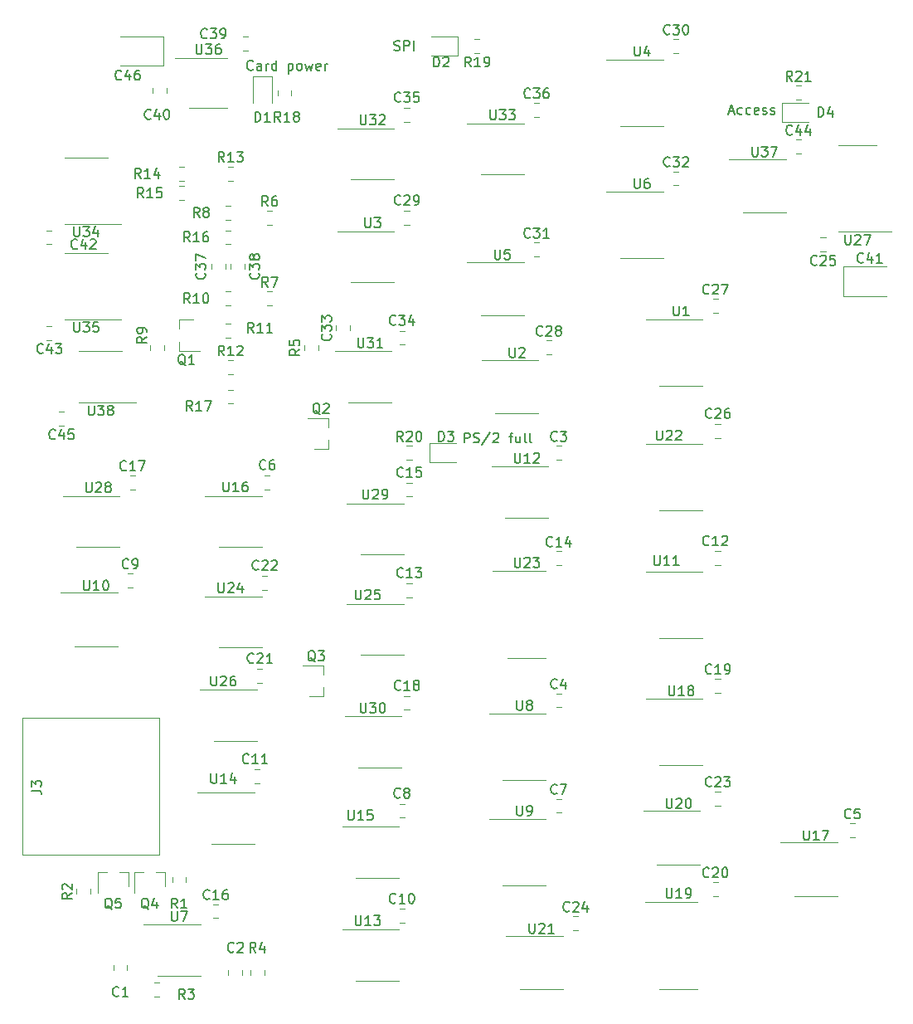
<source format=gbr>
%TF.GenerationSoftware,KiCad,Pcbnew,(5.1.6-0-10_14)*%
%TF.CreationDate,2021-02-13T08:29:22+01:00*%
%TF.ProjectId,vario,76617269-6f2e-46b6-9963-61645f706362,1*%
%TF.SameCoordinates,Original*%
%TF.FileFunction,Legend,Top*%
%TF.FilePolarity,Positive*%
%FSLAX46Y46*%
G04 Gerber Fmt 4.6, Leading zero omitted, Abs format (unit mm)*
G04 Created by KiCad (PCBNEW (5.1.6-0-10_14)) date 2021-02-13 08:29:22*
%MOMM*%
%LPD*%
G01*
G04 APERTURE LIST*
%ADD10C,0.150000*%
%ADD11C,0.120000*%
G04 APERTURE END LIST*
D10*
X137976190Y-52904761D02*
X138119047Y-52952380D01*
X138357142Y-52952380D01*
X138452380Y-52904761D01*
X138500000Y-52857142D01*
X138547619Y-52761904D01*
X138547619Y-52666666D01*
X138500000Y-52571428D01*
X138452380Y-52523809D01*
X138357142Y-52476190D01*
X138166666Y-52428571D01*
X138071428Y-52380952D01*
X138023809Y-52333333D01*
X137976190Y-52238095D01*
X137976190Y-52142857D01*
X138023809Y-52047619D01*
X138071428Y-52000000D01*
X138166666Y-51952380D01*
X138404761Y-51952380D01*
X138547619Y-52000000D01*
X138976190Y-52952380D02*
X138976190Y-51952380D01*
X139357142Y-51952380D01*
X139452380Y-52000000D01*
X139500000Y-52047619D01*
X139547619Y-52142857D01*
X139547619Y-52285714D01*
X139500000Y-52380952D01*
X139452380Y-52428571D01*
X139357142Y-52476190D01*
X138976190Y-52476190D01*
X139976190Y-52952380D02*
X139976190Y-51952380D01*
X145119047Y-92952380D02*
X145119047Y-91952380D01*
X145500000Y-91952380D01*
X145595238Y-92000000D01*
X145642857Y-92047619D01*
X145690476Y-92142857D01*
X145690476Y-92285714D01*
X145642857Y-92380952D01*
X145595238Y-92428571D01*
X145500000Y-92476190D01*
X145119047Y-92476190D01*
X146071428Y-92904761D02*
X146214285Y-92952380D01*
X146452380Y-92952380D01*
X146547619Y-92904761D01*
X146595238Y-92857142D01*
X146642857Y-92761904D01*
X146642857Y-92666666D01*
X146595238Y-92571428D01*
X146547619Y-92523809D01*
X146452380Y-92476190D01*
X146261904Y-92428571D01*
X146166666Y-92380952D01*
X146119047Y-92333333D01*
X146071428Y-92238095D01*
X146071428Y-92142857D01*
X146119047Y-92047619D01*
X146166666Y-92000000D01*
X146261904Y-91952380D01*
X146500000Y-91952380D01*
X146642857Y-92000000D01*
X147785714Y-91904761D02*
X146928571Y-93190476D01*
X148071428Y-92047619D02*
X148119047Y-92000000D01*
X148214285Y-91952380D01*
X148452380Y-91952380D01*
X148547619Y-92000000D01*
X148595238Y-92047619D01*
X148642857Y-92142857D01*
X148642857Y-92238095D01*
X148595238Y-92380952D01*
X148023809Y-92952380D01*
X148642857Y-92952380D01*
X149690476Y-92285714D02*
X150071428Y-92285714D01*
X149833333Y-92952380D02*
X149833333Y-92095238D01*
X149880952Y-92000000D01*
X149976190Y-91952380D01*
X150071428Y-91952380D01*
X150833333Y-92285714D02*
X150833333Y-92952380D01*
X150404761Y-92285714D02*
X150404761Y-92809523D01*
X150452380Y-92904761D01*
X150547619Y-92952380D01*
X150690476Y-92952380D01*
X150785714Y-92904761D01*
X150833333Y-92857142D01*
X151452380Y-92952380D02*
X151357142Y-92904761D01*
X151309523Y-92809523D01*
X151309523Y-91952380D01*
X151976190Y-92952380D02*
X151880952Y-92904761D01*
X151833333Y-92809523D01*
X151833333Y-91952380D01*
X123547619Y-54857142D02*
X123500000Y-54904761D01*
X123357142Y-54952380D01*
X123261904Y-54952380D01*
X123119047Y-54904761D01*
X123023809Y-54809523D01*
X122976190Y-54714285D01*
X122928571Y-54523809D01*
X122928571Y-54380952D01*
X122976190Y-54190476D01*
X123023809Y-54095238D01*
X123119047Y-54000000D01*
X123261904Y-53952380D01*
X123357142Y-53952380D01*
X123500000Y-54000000D01*
X123547619Y-54047619D01*
X124404761Y-54952380D02*
X124404761Y-54428571D01*
X124357142Y-54333333D01*
X124261904Y-54285714D01*
X124071428Y-54285714D01*
X123976190Y-54333333D01*
X124404761Y-54904761D02*
X124309523Y-54952380D01*
X124071428Y-54952380D01*
X123976190Y-54904761D01*
X123928571Y-54809523D01*
X123928571Y-54714285D01*
X123976190Y-54619047D01*
X124071428Y-54571428D01*
X124309523Y-54571428D01*
X124404761Y-54523809D01*
X124880952Y-54952380D02*
X124880952Y-54285714D01*
X124880952Y-54476190D02*
X124928571Y-54380952D01*
X124976190Y-54333333D01*
X125071428Y-54285714D01*
X125166666Y-54285714D01*
X125928571Y-54952380D02*
X125928571Y-53952380D01*
X125928571Y-54904761D02*
X125833333Y-54952380D01*
X125642857Y-54952380D01*
X125547619Y-54904761D01*
X125500000Y-54857142D01*
X125452380Y-54761904D01*
X125452380Y-54476190D01*
X125500000Y-54380952D01*
X125547619Y-54333333D01*
X125642857Y-54285714D01*
X125833333Y-54285714D01*
X125928571Y-54333333D01*
X127166666Y-54285714D02*
X127166666Y-55285714D01*
X127166666Y-54333333D02*
X127261904Y-54285714D01*
X127452380Y-54285714D01*
X127547619Y-54333333D01*
X127595238Y-54380952D01*
X127642857Y-54476190D01*
X127642857Y-54761904D01*
X127595238Y-54857142D01*
X127547619Y-54904761D01*
X127452380Y-54952380D01*
X127261904Y-54952380D01*
X127166666Y-54904761D01*
X128214285Y-54952380D02*
X128119047Y-54904761D01*
X128071428Y-54857142D01*
X128023809Y-54761904D01*
X128023809Y-54476190D01*
X128071428Y-54380952D01*
X128119047Y-54333333D01*
X128214285Y-54285714D01*
X128357142Y-54285714D01*
X128452380Y-54333333D01*
X128500000Y-54380952D01*
X128547619Y-54476190D01*
X128547619Y-54761904D01*
X128500000Y-54857142D01*
X128452380Y-54904761D01*
X128357142Y-54952380D01*
X128214285Y-54952380D01*
X128880952Y-54285714D02*
X129071428Y-54952380D01*
X129261904Y-54476190D01*
X129452380Y-54952380D01*
X129642857Y-54285714D01*
X130404761Y-54904761D02*
X130309523Y-54952380D01*
X130119047Y-54952380D01*
X130023809Y-54904761D01*
X129976190Y-54809523D01*
X129976190Y-54428571D01*
X130023809Y-54333333D01*
X130119047Y-54285714D01*
X130309523Y-54285714D01*
X130404761Y-54333333D01*
X130452380Y-54428571D01*
X130452380Y-54523809D01*
X129976190Y-54619047D01*
X130880952Y-54952380D02*
X130880952Y-54285714D01*
X130880952Y-54476190D02*
X130928571Y-54380952D01*
X130976190Y-54333333D01*
X131071428Y-54285714D01*
X131166666Y-54285714D01*
X172166666Y-59166666D02*
X172642857Y-59166666D01*
X172071428Y-59452380D02*
X172404761Y-58452380D01*
X172738095Y-59452380D01*
X173500000Y-59404761D02*
X173404761Y-59452380D01*
X173214285Y-59452380D01*
X173119047Y-59404761D01*
X173071428Y-59357142D01*
X173023809Y-59261904D01*
X173023809Y-58976190D01*
X173071428Y-58880952D01*
X173119047Y-58833333D01*
X173214285Y-58785714D01*
X173404761Y-58785714D01*
X173500000Y-58833333D01*
X174357142Y-59404761D02*
X174261904Y-59452380D01*
X174071428Y-59452380D01*
X173976190Y-59404761D01*
X173928571Y-59357142D01*
X173880952Y-59261904D01*
X173880952Y-58976190D01*
X173928571Y-58880952D01*
X173976190Y-58833333D01*
X174071428Y-58785714D01*
X174261904Y-58785714D01*
X174357142Y-58833333D01*
X175166666Y-59404761D02*
X175071428Y-59452380D01*
X174880952Y-59452380D01*
X174785714Y-59404761D01*
X174738095Y-59309523D01*
X174738095Y-58928571D01*
X174785714Y-58833333D01*
X174880952Y-58785714D01*
X175071428Y-58785714D01*
X175166666Y-58833333D01*
X175214285Y-58928571D01*
X175214285Y-59023809D01*
X174738095Y-59119047D01*
X175595238Y-59404761D02*
X175690476Y-59452380D01*
X175880952Y-59452380D01*
X175976190Y-59404761D01*
X176023809Y-59309523D01*
X176023809Y-59261904D01*
X175976190Y-59166666D01*
X175880952Y-59119047D01*
X175738095Y-59119047D01*
X175642857Y-59071428D01*
X175595238Y-58976190D01*
X175595238Y-58928571D01*
X175642857Y-58833333D01*
X175738095Y-58785714D01*
X175880952Y-58785714D01*
X175976190Y-58833333D01*
X176404761Y-59404761D02*
X176500000Y-59452380D01*
X176690476Y-59452380D01*
X176785714Y-59404761D01*
X176833333Y-59309523D01*
X176833333Y-59261904D01*
X176785714Y-59166666D01*
X176690476Y-59119047D01*
X176547619Y-59119047D01*
X176452380Y-59071428D01*
X176404761Y-58976190D01*
X176404761Y-58928571D01*
X176452380Y-58833333D01*
X176547619Y-58785714D01*
X176690476Y-58785714D01*
X176785714Y-58833333D01*
D11*
%TO.C,U38*%
X108000000Y-83640000D02*
X105800000Y-83640000D01*
X108000000Y-83640000D02*
X110200000Y-83640000D01*
X108000000Y-88860000D02*
X105800000Y-88860000D01*
X108000000Y-88860000D02*
X111600000Y-88860000D01*
%TO.C,U37*%
X175750000Y-69485000D02*
X177950000Y-69485000D01*
X175750000Y-69485000D02*
X173550000Y-69485000D01*
X175750000Y-64015000D02*
X177950000Y-64015000D01*
X175750000Y-64015000D02*
X172150000Y-64015000D01*
%TO.C,U36*%
X119000000Y-58810000D02*
X120950000Y-58810000D01*
X119000000Y-58810000D02*
X117050000Y-58810000D01*
X119000000Y-53690000D02*
X120950000Y-53690000D01*
X119000000Y-53690000D02*
X115550000Y-53690000D01*
%TO.C,U35*%
X106500000Y-73615000D02*
X104300000Y-73615000D01*
X106500000Y-73615000D02*
X108700000Y-73615000D01*
X106500000Y-80385000D02*
X104300000Y-80385000D01*
X106500000Y-80385000D02*
X110100000Y-80385000D01*
%TO.C,U34*%
X106500000Y-63865000D02*
X104300000Y-63865000D01*
X106500000Y-63865000D02*
X108700000Y-63865000D01*
X106500000Y-70635000D02*
X104300000Y-70635000D01*
X106500000Y-70635000D02*
X110100000Y-70635000D01*
%TO.C,U33*%
X149000000Y-65610000D02*
X151200000Y-65610000D01*
X149000000Y-65610000D02*
X146800000Y-65610000D01*
X149000000Y-60390000D02*
X151200000Y-60390000D01*
X149000000Y-60390000D02*
X145400000Y-60390000D01*
%TO.C,U32*%
X135750000Y-66110000D02*
X137950000Y-66110000D01*
X135750000Y-66110000D02*
X133550000Y-66110000D01*
X135750000Y-60890000D02*
X137950000Y-60890000D01*
X135750000Y-60890000D02*
X132150000Y-60890000D01*
%TO.C,U31*%
X135500000Y-88860000D02*
X137700000Y-88860000D01*
X135500000Y-88860000D02*
X133300000Y-88860000D01*
X135500000Y-83640000D02*
X137700000Y-83640000D01*
X135500000Y-83640000D02*
X131900000Y-83640000D01*
%TO.C,U30*%
X136500000Y-126110000D02*
X138700000Y-126110000D01*
X136500000Y-126110000D02*
X134300000Y-126110000D01*
X136500000Y-120890000D02*
X138700000Y-120890000D01*
X136500000Y-120890000D02*
X132900000Y-120890000D01*
%TO.C,U29*%
X136750000Y-104360000D02*
X138950000Y-104360000D01*
X136750000Y-104360000D02*
X134550000Y-104360000D01*
X136750000Y-99140000D02*
X138950000Y-99140000D01*
X136750000Y-99140000D02*
X133150000Y-99140000D01*
%TO.C,U28*%
X107750000Y-103610000D02*
X109950000Y-103610000D01*
X107750000Y-103610000D02*
X105550000Y-103610000D01*
X107750000Y-98390000D02*
X109950000Y-98390000D01*
X107750000Y-98390000D02*
X104150000Y-98390000D01*
%TO.C,U27*%
X185250000Y-62565000D02*
X183300000Y-62565000D01*
X185250000Y-62565000D02*
X187200000Y-62565000D01*
X185250000Y-71435000D02*
X183300000Y-71435000D01*
X185250000Y-71435000D02*
X188700000Y-71435000D01*
%TO.C,U26*%
X121750000Y-123360000D02*
X123950000Y-123360000D01*
X121750000Y-123360000D02*
X119550000Y-123360000D01*
X121750000Y-118140000D02*
X123950000Y-118140000D01*
X121750000Y-118140000D02*
X118150000Y-118140000D01*
%TO.C,U25*%
X136750000Y-114610000D02*
X138950000Y-114610000D01*
X136750000Y-114610000D02*
X134550000Y-114610000D01*
X136750000Y-109390000D02*
X138950000Y-109390000D01*
X136750000Y-109390000D02*
X133150000Y-109390000D01*
%TO.C,U24*%
X122250000Y-113860000D02*
X124450000Y-113860000D01*
X122250000Y-113860000D02*
X120050000Y-113860000D01*
X122250000Y-108640000D02*
X124450000Y-108640000D01*
X122250000Y-108640000D02*
X118650000Y-108640000D01*
%TO.C,U23*%
X151500000Y-114935000D02*
X153450000Y-114935000D01*
X151500000Y-114935000D02*
X149550000Y-114935000D01*
X151500000Y-106065000D02*
X153450000Y-106065000D01*
X151500000Y-106065000D02*
X148050000Y-106065000D01*
%TO.C,U22*%
X167250000Y-99885000D02*
X169450000Y-99885000D01*
X167250000Y-99885000D02*
X165050000Y-99885000D01*
X167250000Y-93115000D02*
X169450000Y-93115000D01*
X167250000Y-93115000D02*
X163650000Y-93115000D01*
%TO.C,U21*%
X153000000Y-148735000D02*
X155200000Y-148735000D01*
X153000000Y-148735000D02*
X150800000Y-148735000D01*
X153000000Y-143265000D02*
X155200000Y-143265000D01*
X153000000Y-143265000D02*
X149400000Y-143265000D01*
%TO.C,U20*%
X167000000Y-135985000D02*
X169200000Y-135985000D01*
X167000000Y-135985000D02*
X164800000Y-135985000D01*
X167000000Y-130515000D02*
X169200000Y-130515000D01*
X167000000Y-130515000D02*
X163400000Y-130515000D01*
%TO.C,U19*%
X167000000Y-148685000D02*
X168950000Y-148685000D01*
X167000000Y-148685000D02*
X165050000Y-148685000D01*
X167000000Y-139815000D02*
X168950000Y-139815000D01*
X167000000Y-139815000D02*
X163550000Y-139815000D01*
%TO.C,U18*%
X167250000Y-125885000D02*
X169450000Y-125885000D01*
X167250000Y-125885000D02*
X165050000Y-125885000D01*
X167250000Y-119115000D02*
X169450000Y-119115000D01*
X167250000Y-119115000D02*
X163650000Y-119115000D01*
%TO.C,U17*%
X181000000Y-139235000D02*
X183200000Y-139235000D01*
X181000000Y-139235000D02*
X178800000Y-139235000D01*
X181000000Y-133765000D02*
X183200000Y-133765000D01*
X181000000Y-133765000D02*
X177400000Y-133765000D01*
%TO.C,U16*%
X122250000Y-103610000D02*
X124450000Y-103610000D01*
X122250000Y-103610000D02*
X120050000Y-103610000D01*
X122250000Y-98390000D02*
X124450000Y-98390000D01*
X122250000Y-98390000D02*
X118650000Y-98390000D01*
%TO.C,U15*%
X136250000Y-137360000D02*
X138450000Y-137360000D01*
X136250000Y-137360000D02*
X134050000Y-137360000D01*
X136250000Y-132140000D02*
X138450000Y-132140000D01*
X136250000Y-132140000D02*
X132650000Y-132140000D01*
%TO.C,U14*%
X121500000Y-133860000D02*
X123700000Y-133860000D01*
X121500000Y-133860000D02*
X119300000Y-133860000D01*
X121500000Y-128640000D02*
X123700000Y-128640000D01*
X121500000Y-128640000D02*
X117900000Y-128640000D01*
%TO.C,U13*%
X136250000Y-147860000D02*
X138450000Y-147860000D01*
X136250000Y-147860000D02*
X134050000Y-147860000D01*
X136250000Y-142640000D02*
X138450000Y-142640000D01*
X136250000Y-142640000D02*
X132650000Y-142640000D01*
%TO.C,U12*%
X151500000Y-100610000D02*
X153700000Y-100610000D01*
X151500000Y-100610000D02*
X149300000Y-100610000D01*
X151500000Y-95390000D02*
X153700000Y-95390000D01*
X151500000Y-95390000D02*
X147900000Y-95390000D01*
%TO.C,U11*%
X167250000Y-112885000D02*
X169450000Y-112885000D01*
X167250000Y-112885000D02*
X165050000Y-112885000D01*
X167250000Y-106115000D02*
X169450000Y-106115000D01*
X167250000Y-106115000D02*
X163650000Y-106115000D01*
%TO.C,U10*%
X107500000Y-113735000D02*
X109700000Y-113735000D01*
X107500000Y-113735000D02*
X105300000Y-113735000D01*
X107500000Y-108265000D02*
X109700000Y-108265000D01*
X107500000Y-108265000D02*
X103900000Y-108265000D01*
%TO.C,U9*%
X151250000Y-138135000D02*
X153450000Y-138135000D01*
X151250000Y-138135000D02*
X149050000Y-138135000D01*
X151250000Y-131365000D02*
X153450000Y-131365000D01*
X151250000Y-131365000D02*
X147650000Y-131365000D01*
%TO.C,U8*%
X151250000Y-127385000D02*
X153450000Y-127385000D01*
X151250000Y-127385000D02*
X149050000Y-127385000D01*
X151250000Y-120615000D02*
X153450000Y-120615000D01*
X151250000Y-120615000D02*
X147650000Y-120615000D01*
%TO.C,U7*%
X116000000Y-147360000D02*
X118200000Y-147360000D01*
X116000000Y-147360000D02*
X113800000Y-147360000D01*
X116000000Y-142140000D02*
X118200000Y-142140000D01*
X116000000Y-142140000D02*
X112400000Y-142140000D01*
%TO.C,U6*%
X163250000Y-74135000D02*
X165450000Y-74135000D01*
X163250000Y-74135000D02*
X161050000Y-74135000D01*
X163250000Y-67365000D02*
X165450000Y-67365000D01*
X163250000Y-67365000D02*
X159650000Y-67365000D01*
%TO.C,U5*%
X149000000Y-79985000D02*
X151200000Y-79985000D01*
X149000000Y-79985000D02*
X146800000Y-79985000D01*
X149000000Y-74515000D02*
X151200000Y-74515000D01*
X149000000Y-74515000D02*
X145400000Y-74515000D01*
%TO.C,U4*%
X163250000Y-60635000D02*
X165450000Y-60635000D01*
X163250000Y-60635000D02*
X161050000Y-60635000D01*
X163250000Y-53865000D02*
X165450000Y-53865000D01*
X163250000Y-53865000D02*
X159650000Y-53865000D01*
%TO.C,U3*%
X135750000Y-76610000D02*
X137950000Y-76610000D01*
X135750000Y-76610000D02*
X133550000Y-76610000D01*
X135750000Y-71390000D02*
X137950000Y-71390000D01*
X135750000Y-71390000D02*
X132150000Y-71390000D01*
%TO.C,U2*%
X150500000Y-89985000D02*
X152700000Y-89985000D01*
X150500000Y-89985000D02*
X148300000Y-89985000D01*
X150500000Y-84515000D02*
X152700000Y-84515000D01*
X150500000Y-84515000D02*
X146900000Y-84515000D01*
%TO.C,U1*%
X167250000Y-87135000D02*
X169450000Y-87135000D01*
X167250000Y-87135000D02*
X165050000Y-87135000D01*
X167250000Y-80365000D02*
X169450000Y-80365000D01*
X167250000Y-80365000D02*
X163650000Y-80365000D01*
%TO.C,R21*%
X178991422Y-56540000D02*
X179508578Y-56540000D01*
X178991422Y-57960000D02*
X179508578Y-57960000D01*
%TO.C,R20*%
X139241422Y-93290000D02*
X139758578Y-93290000D01*
X139241422Y-94710000D02*
X139758578Y-94710000D01*
%TO.C,R19*%
X146696078Y-53210000D02*
X146178922Y-53210000D01*
X146696078Y-51790000D02*
X146178922Y-51790000D01*
%TO.C,R18*%
X126040000Y-57508578D02*
X126040000Y-56991422D01*
X127460000Y-57508578D02*
X127460000Y-56991422D01*
%TO.C,R17*%
X120991422Y-87540000D02*
X121508578Y-87540000D01*
X120991422Y-88960000D02*
X121508578Y-88960000D01*
%TO.C,R16*%
X120741422Y-71290000D02*
X121258578Y-71290000D01*
X120741422Y-72710000D02*
X121258578Y-72710000D01*
%TO.C,R15*%
X116508578Y-68210000D02*
X115991422Y-68210000D01*
X116508578Y-66790000D02*
X115991422Y-66790000D01*
%TO.C,R14*%
X116508578Y-66210000D02*
X115991422Y-66210000D01*
X116508578Y-64790000D02*
X115991422Y-64790000D01*
%TO.C,R13*%
X120991422Y-64790000D02*
X121508578Y-64790000D01*
X120991422Y-66210000D02*
X121508578Y-66210000D01*
%TO.C,R12*%
X120991422Y-84540000D02*
X121508578Y-84540000D01*
X120991422Y-85960000D02*
X121508578Y-85960000D01*
%TO.C,R11*%
X120741422Y-80790000D02*
X121258578Y-80790000D01*
X120741422Y-82210000D02*
X121258578Y-82210000D01*
%TO.C,R10*%
X121258578Y-78960000D02*
X120741422Y-78960000D01*
X121258578Y-77540000D02*
X120741422Y-77540000D01*
%TO.C,R9*%
X113040000Y-83508578D02*
X113040000Y-82991422D01*
X114460000Y-83508578D02*
X114460000Y-82991422D01*
%TO.C,R8*%
X121258578Y-70210000D02*
X120741422Y-70210000D01*
X121258578Y-68790000D02*
X120741422Y-68790000D01*
%TO.C,R7*%
X124991422Y-77540000D02*
X125508578Y-77540000D01*
X124991422Y-78960000D02*
X125508578Y-78960000D01*
%TO.C,R6*%
X124991422Y-69290000D02*
X125508578Y-69290000D01*
X124991422Y-70710000D02*
X125508578Y-70710000D01*
%TO.C,R5*%
X128790000Y-83508578D02*
X128790000Y-82991422D01*
X130210000Y-83508578D02*
X130210000Y-82991422D01*
%TO.C,R4*%
X123290000Y-147258578D02*
X123290000Y-146741422D01*
X124710000Y-147258578D02*
X124710000Y-146741422D01*
%TO.C,R3*%
X114008578Y-149460000D02*
X113491422Y-149460000D01*
X114008578Y-148040000D02*
X113491422Y-148040000D01*
%TO.C,R2*%
X105540000Y-139008578D02*
X105540000Y-138491422D01*
X106960000Y-139008578D02*
X106960000Y-138491422D01*
%TO.C,R1*%
X115290000Y-137758578D02*
X115290000Y-137241422D01*
X116710000Y-137758578D02*
X116710000Y-137241422D01*
%TO.C,Q5*%
X110830000Y-136740000D02*
X109900000Y-136740000D01*
X107670000Y-136740000D02*
X108600000Y-136740000D01*
X107670000Y-136740000D02*
X107670000Y-138900000D01*
X110830000Y-136740000D02*
X110830000Y-138200000D01*
%TO.C,Q4*%
X114580000Y-136740000D02*
X113650000Y-136740000D01*
X111420000Y-136740000D02*
X112350000Y-136740000D01*
X111420000Y-136740000D02*
X111420000Y-138900000D01*
X114580000Y-136740000D02*
X114580000Y-138200000D01*
%TO.C,Q3*%
X130760000Y-118830000D02*
X130760000Y-117900000D01*
X130760000Y-115670000D02*
X130760000Y-116600000D01*
X130760000Y-115670000D02*
X128600000Y-115670000D01*
X130760000Y-118830000D02*
X129300000Y-118830000D01*
%TO.C,Q2*%
X131260000Y-93580000D02*
X131260000Y-92650000D01*
X131260000Y-90420000D02*
X131260000Y-91350000D01*
X131260000Y-90420000D02*
X129100000Y-90420000D01*
X131260000Y-93580000D02*
X129800000Y-93580000D01*
%TO.C,Q1*%
X115990000Y-80420000D02*
X115990000Y-81350000D01*
X115990000Y-83580000D02*
X115990000Y-82650000D01*
X115990000Y-83580000D02*
X118150000Y-83580000D01*
X115990000Y-80420000D02*
X117450000Y-80420000D01*
%TO.C,J3*%
X114000000Y-135000000D02*
X100000000Y-135000000D01*
X114000000Y-121000000D02*
X114000000Y-135000000D01*
X100000000Y-121000000D02*
X114000000Y-121000000D01*
X100000000Y-135000000D02*
X100000000Y-121000000D01*
%TO.C,D4*%
X180250000Y-58290000D02*
X177565000Y-58290000D01*
X177565000Y-58290000D02*
X177565000Y-60210000D01*
X177565000Y-60210000D02*
X180250000Y-60210000D01*
%TO.C,D3*%
X144250000Y-93040000D02*
X141565000Y-93040000D01*
X141565000Y-93040000D02*
X141565000Y-94960000D01*
X141565000Y-94960000D02*
X144250000Y-94960000D01*
%TO.C,D2*%
X141750000Y-53460000D02*
X144435000Y-53460000D01*
X144435000Y-53460000D02*
X144435000Y-51540000D01*
X144435000Y-51540000D02*
X141750000Y-51540000D01*
%TO.C,D1*%
X125460000Y-58250000D02*
X125460000Y-55565000D01*
X125460000Y-55565000D02*
X123540000Y-55565000D01*
X123540000Y-55565000D02*
X123540000Y-58250000D01*
%TO.C,C46*%
X110000000Y-54510000D02*
X114385000Y-54510000D01*
X114385000Y-54510000D02*
X114385000Y-51490000D01*
X114385000Y-51490000D02*
X110000000Y-51490000D01*
%TO.C,C45*%
X104258578Y-91210000D02*
X103741422Y-91210000D01*
X104258578Y-89790000D02*
X103741422Y-89790000D01*
%TO.C,C44*%
X178991422Y-62040000D02*
X179508578Y-62040000D01*
X178991422Y-63460000D02*
X179508578Y-63460000D01*
%TO.C,C43*%
X103008578Y-82460000D02*
X102491422Y-82460000D01*
X103008578Y-81040000D02*
X102491422Y-81040000D01*
%TO.C,C42*%
X103008578Y-72710000D02*
X102491422Y-72710000D01*
X103008578Y-71290000D02*
X102491422Y-71290000D01*
%TO.C,C41*%
X188250000Y-74990000D02*
X183865000Y-74990000D01*
X183865000Y-74990000D02*
X183865000Y-78010000D01*
X183865000Y-78010000D02*
X188250000Y-78010000D01*
%TO.C,C40*%
X114710000Y-56741422D02*
X114710000Y-57258578D01*
X113290000Y-56741422D02*
X113290000Y-57258578D01*
%TO.C,C39*%
X122491422Y-51540000D02*
X123008578Y-51540000D01*
X122491422Y-52960000D02*
X123008578Y-52960000D01*
%TO.C,C38*%
X121290000Y-75196078D02*
X121290000Y-74678922D01*
X122710000Y-75196078D02*
X122710000Y-74678922D01*
%TO.C,C37*%
X119290000Y-75196078D02*
X119290000Y-74678922D01*
X120710000Y-75196078D02*
X120710000Y-74678922D01*
%TO.C,C36*%
X152241422Y-58290000D02*
X152758578Y-58290000D01*
X152241422Y-59710000D02*
X152758578Y-59710000D01*
%TO.C,C35*%
X139508578Y-60210000D02*
X138991422Y-60210000D01*
X139508578Y-58790000D02*
X138991422Y-58790000D01*
%TO.C,C34*%
X139008578Y-82960000D02*
X138491422Y-82960000D01*
X139008578Y-81540000D02*
X138491422Y-81540000D01*
%TO.C,C33*%
X132040000Y-81508578D02*
X132040000Y-80991422D01*
X133460000Y-81508578D02*
X133460000Y-80991422D01*
%TO.C,C32*%
X166491422Y-65290000D02*
X167008578Y-65290000D01*
X166491422Y-66710000D02*
X167008578Y-66710000D01*
%TO.C,C31*%
X152241422Y-72540000D02*
X152758578Y-72540000D01*
X152241422Y-73960000D02*
X152758578Y-73960000D01*
%TO.C,C30*%
X166491422Y-51790000D02*
X167008578Y-51790000D01*
X166491422Y-53210000D02*
X167008578Y-53210000D01*
%TO.C,C29*%
X139508578Y-70710000D02*
X138991422Y-70710000D01*
X139508578Y-69290000D02*
X138991422Y-69290000D01*
%TO.C,C28*%
X153491422Y-82540000D02*
X154008578Y-82540000D01*
X153491422Y-83960000D02*
X154008578Y-83960000D01*
%TO.C,C27*%
X170491422Y-78290000D02*
X171008578Y-78290000D01*
X170491422Y-79710000D02*
X171008578Y-79710000D01*
%TO.C,C26*%
X170741422Y-91040000D02*
X171258578Y-91040000D01*
X170741422Y-92460000D02*
X171258578Y-92460000D01*
%TO.C,C25*%
X182008578Y-73460000D02*
X181491422Y-73460000D01*
X182008578Y-72040000D02*
X181491422Y-72040000D01*
%TO.C,C24*%
X156241422Y-141290000D02*
X156758578Y-141290000D01*
X156241422Y-142710000D02*
X156758578Y-142710000D01*
%TO.C,C23*%
X170741422Y-128540000D02*
X171258578Y-128540000D01*
X170741422Y-129960000D02*
X171258578Y-129960000D01*
%TO.C,C22*%
X125008578Y-107960000D02*
X124491422Y-107960000D01*
X125008578Y-106540000D02*
X124491422Y-106540000D01*
%TO.C,C21*%
X124508578Y-117460000D02*
X123991422Y-117460000D01*
X124508578Y-116040000D02*
X123991422Y-116040000D01*
%TO.C,C20*%
X170491422Y-137790000D02*
X171008578Y-137790000D01*
X170491422Y-139210000D02*
X171008578Y-139210000D01*
%TO.C,C19*%
X170741422Y-117040000D02*
X171258578Y-117040000D01*
X170741422Y-118460000D02*
X171258578Y-118460000D01*
%TO.C,C18*%
X139508578Y-120210000D02*
X138991422Y-120210000D01*
X139508578Y-118790000D02*
X138991422Y-118790000D01*
%TO.C,C17*%
X110991422Y-96290000D02*
X111508578Y-96290000D01*
X110991422Y-97710000D02*
X111508578Y-97710000D01*
%TO.C,C16*%
X119491422Y-140040000D02*
X120008578Y-140040000D01*
X119491422Y-141460000D02*
X120008578Y-141460000D01*
%TO.C,C15*%
X139758578Y-98460000D02*
X139241422Y-98460000D01*
X139758578Y-97040000D02*
X139241422Y-97040000D01*
%TO.C,C14*%
X154491422Y-104040000D02*
X155008578Y-104040000D01*
X154491422Y-105460000D02*
X155008578Y-105460000D01*
%TO.C,C13*%
X139758578Y-108710000D02*
X139241422Y-108710000D01*
X139758578Y-107290000D02*
X139241422Y-107290000D01*
%TO.C,C12*%
X170741422Y-104040000D02*
X171258578Y-104040000D01*
X170741422Y-105460000D02*
X171258578Y-105460000D01*
%TO.C,C11*%
X124258578Y-127710000D02*
X123741422Y-127710000D01*
X124258578Y-126290000D02*
X123741422Y-126290000D01*
%TO.C,C10*%
X139008578Y-141960000D02*
X138491422Y-141960000D01*
X139008578Y-140540000D02*
X138491422Y-140540000D01*
%TO.C,C9*%
X110741422Y-106290000D02*
X111258578Y-106290000D01*
X110741422Y-107710000D02*
X111258578Y-107710000D01*
%TO.C,C8*%
X139008578Y-131210000D02*
X138491422Y-131210000D01*
X139008578Y-129790000D02*
X138491422Y-129790000D01*
%TO.C,C7*%
X154491422Y-129290000D02*
X155008578Y-129290000D01*
X154491422Y-130710000D02*
X155008578Y-130710000D01*
%TO.C,C6*%
X125258578Y-97710000D02*
X124741422Y-97710000D01*
X125258578Y-96290000D02*
X124741422Y-96290000D01*
%TO.C,C5*%
X184491422Y-131790000D02*
X185008578Y-131790000D01*
X184491422Y-133210000D02*
X185008578Y-133210000D01*
%TO.C,C4*%
X154491422Y-118540000D02*
X155008578Y-118540000D01*
X154491422Y-119960000D02*
X155008578Y-119960000D01*
%TO.C,C3*%
X154491422Y-93290000D02*
X155008578Y-93290000D01*
X154491422Y-94710000D02*
X155008578Y-94710000D01*
%TO.C,C2*%
X122460000Y-146741422D02*
X122460000Y-147258578D01*
X121040000Y-146741422D02*
X121040000Y-147258578D01*
%TO.C,C1*%
X110710000Y-146241422D02*
X110710000Y-146758578D01*
X109290000Y-146241422D02*
X109290000Y-146758578D01*
%TO.C,U38*%
D10*
X106761904Y-89152380D02*
X106761904Y-89961904D01*
X106809523Y-90057142D01*
X106857142Y-90104761D01*
X106952380Y-90152380D01*
X107142857Y-90152380D01*
X107238095Y-90104761D01*
X107285714Y-90057142D01*
X107333333Y-89961904D01*
X107333333Y-89152380D01*
X107714285Y-89152380D02*
X108333333Y-89152380D01*
X108000000Y-89533333D01*
X108142857Y-89533333D01*
X108238095Y-89580952D01*
X108285714Y-89628571D01*
X108333333Y-89723809D01*
X108333333Y-89961904D01*
X108285714Y-90057142D01*
X108238095Y-90104761D01*
X108142857Y-90152380D01*
X107857142Y-90152380D01*
X107761904Y-90104761D01*
X107714285Y-90057142D01*
X108904761Y-89580952D02*
X108809523Y-89533333D01*
X108761904Y-89485714D01*
X108714285Y-89390476D01*
X108714285Y-89342857D01*
X108761904Y-89247619D01*
X108809523Y-89200000D01*
X108904761Y-89152380D01*
X109095238Y-89152380D01*
X109190476Y-89200000D01*
X109238095Y-89247619D01*
X109285714Y-89342857D01*
X109285714Y-89390476D01*
X109238095Y-89485714D01*
X109190476Y-89533333D01*
X109095238Y-89580952D01*
X108904761Y-89580952D01*
X108809523Y-89628571D01*
X108761904Y-89676190D01*
X108714285Y-89771428D01*
X108714285Y-89961904D01*
X108761904Y-90057142D01*
X108809523Y-90104761D01*
X108904761Y-90152380D01*
X109095238Y-90152380D01*
X109190476Y-90104761D01*
X109238095Y-90057142D01*
X109285714Y-89961904D01*
X109285714Y-89771428D01*
X109238095Y-89676190D01*
X109190476Y-89628571D01*
X109095238Y-89580952D01*
%TO.C,U37*%
X174511904Y-62752380D02*
X174511904Y-63561904D01*
X174559523Y-63657142D01*
X174607142Y-63704761D01*
X174702380Y-63752380D01*
X174892857Y-63752380D01*
X174988095Y-63704761D01*
X175035714Y-63657142D01*
X175083333Y-63561904D01*
X175083333Y-62752380D01*
X175464285Y-62752380D02*
X176083333Y-62752380D01*
X175750000Y-63133333D01*
X175892857Y-63133333D01*
X175988095Y-63180952D01*
X176035714Y-63228571D01*
X176083333Y-63323809D01*
X176083333Y-63561904D01*
X176035714Y-63657142D01*
X175988095Y-63704761D01*
X175892857Y-63752380D01*
X175607142Y-63752380D01*
X175511904Y-63704761D01*
X175464285Y-63657142D01*
X176416666Y-62752380D02*
X177083333Y-62752380D01*
X176654761Y-63752380D01*
%TO.C,U36*%
X117761904Y-52302380D02*
X117761904Y-53111904D01*
X117809523Y-53207142D01*
X117857142Y-53254761D01*
X117952380Y-53302380D01*
X118142857Y-53302380D01*
X118238095Y-53254761D01*
X118285714Y-53207142D01*
X118333333Y-53111904D01*
X118333333Y-52302380D01*
X118714285Y-52302380D02*
X119333333Y-52302380D01*
X119000000Y-52683333D01*
X119142857Y-52683333D01*
X119238095Y-52730952D01*
X119285714Y-52778571D01*
X119333333Y-52873809D01*
X119333333Y-53111904D01*
X119285714Y-53207142D01*
X119238095Y-53254761D01*
X119142857Y-53302380D01*
X118857142Y-53302380D01*
X118761904Y-53254761D01*
X118714285Y-53207142D01*
X120190476Y-52302380D02*
X120000000Y-52302380D01*
X119904761Y-52350000D01*
X119857142Y-52397619D01*
X119761904Y-52540476D01*
X119714285Y-52730952D01*
X119714285Y-53111904D01*
X119761904Y-53207142D01*
X119809523Y-53254761D01*
X119904761Y-53302380D01*
X120095238Y-53302380D01*
X120190476Y-53254761D01*
X120238095Y-53207142D01*
X120285714Y-53111904D01*
X120285714Y-52873809D01*
X120238095Y-52778571D01*
X120190476Y-52730952D01*
X120095238Y-52683333D01*
X119904761Y-52683333D01*
X119809523Y-52730952D01*
X119761904Y-52778571D01*
X119714285Y-52873809D01*
%TO.C,U35*%
X105261904Y-80652380D02*
X105261904Y-81461904D01*
X105309523Y-81557142D01*
X105357142Y-81604761D01*
X105452380Y-81652380D01*
X105642857Y-81652380D01*
X105738095Y-81604761D01*
X105785714Y-81557142D01*
X105833333Y-81461904D01*
X105833333Y-80652380D01*
X106214285Y-80652380D02*
X106833333Y-80652380D01*
X106500000Y-81033333D01*
X106642857Y-81033333D01*
X106738095Y-81080952D01*
X106785714Y-81128571D01*
X106833333Y-81223809D01*
X106833333Y-81461904D01*
X106785714Y-81557142D01*
X106738095Y-81604761D01*
X106642857Y-81652380D01*
X106357142Y-81652380D01*
X106261904Y-81604761D01*
X106214285Y-81557142D01*
X107738095Y-80652380D02*
X107261904Y-80652380D01*
X107214285Y-81128571D01*
X107261904Y-81080952D01*
X107357142Y-81033333D01*
X107595238Y-81033333D01*
X107690476Y-81080952D01*
X107738095Y-81128571D01*
X107785714Y-81223809D01*
X107785714Y-81461904D01*
X107738095Y-81557142D01*
X107690476Y-81604761D01*
X107595238Y-81652380D01*
X107357142Y-81652380D01*
X107261904Y-81604761D01*
X107214285Y-81557142D01*
%TO.C,U34*%
X105261904Y-70902380D02*
X105261904Y-71711904D01*
X105309523Y-71807142D01*
X105357142Y-71854761D01*
X105452380Y-71902380D01*
X105642857Y-71902380D01*
X105738095Y-71854761D01*
X105785714Y-71807142D01*
X105833333Y-71711904D01*
X105833333Y-70902380D01*
X106214285Y-70902380D02*
X106833333Y-70902380D01*
X106500000Y-71283333D01*
X106642857Y-71283333D01*
X106738095Y-71330952D01*
X106785714Y-71378571D01*
X106833333Y-71473809D01*
X106833333Y-71711904D01*
X106785714Y-71807142D01*
X106738095Y-71854761D01*
X106642857Y-71902380D01*
X106357142Y-71902380D01*
X106261904Y-71854761D01*
X106214285Y-71807142D01*
X107690476Y-71235714D02*
X107690476Y-71902380D01*
X107452380Y-70854761D02*
X107214285Y-71569047D01*
X107833333Y-71569047D01*
%TO.C,U33*%
X147761904Y-59002380D02*
X147761904Y-59811904D01*
X147809523Y-59907142D01*
X147857142Y-59954761D01*
X147952380Y-60002380D01*
X148142857Y-60002380D01*
X148238095Y-59954761D01*
X148285714Y-59907142D01*
X148333333Y-59811904D01*
X148333333Y-59002380D01*
X148714285Y-59002380D02*
X149333333Y-59002380D01*
X149000000Y-59383333D01*
X149142857Y-59383333D01*
X149238095Y-59430952D01*
X149285714Y-59478571D01*
X149333333Y-59573809D01*
X149333333Y-59811904D01*
X149285714Y-59907142D01*
X149238095Y-59954761D01*
X149142857Y-60002380D01*
X148857142Y-60002380D01*
X148761904Y-59954761D01*
X148714285Y-59907142D01*
X149666666Y-59002380D02*
X150285714Y-59002380D01*
X149952380Y-59383333D01*
X150095238Y-59383333D01*
X150190476Y-59430952D01*
X150238095Y-59478571D01*
X150285714Y-59573809D01*
X150285714Y-59811904D01*
X150238095Y-59907142D01*
X150190476Y-59954761D01*
X150095238Y-60002380D01*
X149809523Y-60002380D01*
X149714285Y-59954761D01*
X149666666Y-59907142D01*
%TO.C,U32*%
X134511904Y-59502380D02*
X134511904Y-60311904D01*
X134559523Y-60407142D01*
X134607142Y-60454761D01*
X134702380Y-60502380D01*
X134892857Y-60502380D01*
X134988095Y-60454761D01*
X135035714Y-60407142D01*
X135083333Y-60311904D01*
X135083333Y-59502380D01*
X135464285Y-59502380D02*
X136083333Y-59502380D01*
X135750000Y-59883333D01*
X135892857Y-59883333D01*
X135988095Y-59930952D01*
X136035714Y-59978571D01*
X136083333Y-60073809D01*
X136083333Y-60311904D01*
X136035714Y-60407142D01*
X135988095Y-60454761D01*
X135892857Y-60502380D01*
X135607142Y-60502380D01*
X135511904Y-60454761D01*
X135464285Y-60407142D01*
X136464285Y-59597619D02*
X136511904Y-59550000D01*
X136607142Y-59502380D01*
X136845238Y-59502380D01*
X136940476Y-59550000D01*
X136988095Y-59597619D01*
X137035714Y-59692857D01*
X137035714Y-59788095D01*
X136988095Y-59930952D01*
X136416666Y-60502380D01*
X137035714Y-60502380D01*
%TO.C,U31*%
X134261904Y-82252380D02*
X134261904Y-83061904D01*
X134309523Y-83157142D01*
X134357142Y-83204761D01*
X134452380Y-83252380D01*
X134642857Y-83252380D01*
X134738095Y-83204761D01*
X134785714Y-83157142D01*
X134833333Y-83061904D01*
X134833333Y-82252380D01*
X135214285Y-82252380D02*
X135833333Y-82252380D01*
X135500000Y-82633333D01*
X135642857Y-82633333D01*
X135738095Y-82680952D01*
X135785714Y-82728571D01*
X135833333Y-82823809D01*
X135833333Y-83061904D01*
X135785714Y-83157142D01*
X135738095Y-83204761D01*
X135642857Y-83252380D01*
X135357142Y-83252380D01*
X135261904Y-83204761D01*
X135214285Y-83157142D01*
X136785714Y-83252380D02*
X136214285Y-83252380D01*
X136500000Y-83252380D02*
X136500000Y-82252380D01*
X136404761Y-82395238D01*
X136309523Y-82490476D01*
X136214285Y-82538095D01*
%TO.C,U30*%
X134511904Y-119502380D02*
X134511904Y-120311904D01*
X134559523Y-120407142D01*
X134607142Y-120454761D01*
X134702380Y-120502380D01*
X134892857Y-120502380D01*
X134988095Y-120454761D01*
X135035714Y-120407142D01*
X135083333Y-120311904D01*
X135083333Y-119502380D01*
X135464285Y-119502380D02*
X136083333Y-119502380D01*
X135750000Y-119883333D01*
X135892857Y-119883333D01*
X135988095Y-119930952D01*
X136035714Y-119978571D01*
X136083333Y-120073809D01*
X136083333Y-120311904D01*
X136035714Y-120407142D01*
X135988095Y-120454761D01*
X135892857Y-120502380D01*
X135607142Y-120502380D01*
X135511904Y-120454761D01*
X135464285Y-120407142D01*
X136702380Y-119502380D02*
X136797619Y-119502380D01*
X136892857Y-119550000D01*
X136940476Y-119597619D01*
X136988095Y-119692857D01*
X137035714Y-119883333D01*
X137035714Y-120121428D01*
X136988095Y-120311904D01*
X136940476Y-120407142D01*
X136892857Y-120454761D01*
X136797619Y-120502380D01*
X136702380Y-120502380D01*
X136607142Y-120454761D01*
X136559523Y-120407142D01*
X136511904Y-120311904D01*
X136464285Y-120121428D01*
X136464285Y-119883333D01*
X136511904Y-119692857D01*
X136559523Y-119597619D01*
X136607142Y-119550000D01*
X136702380Y-119502380D01*
%TO.C,U29*%
X134761904Y-97702380D02*
X134761904Y-98511904D01*
X134809523Y-98607142D01*
X134857142Y-98654761D01*
X134952380Y-98702380D01*
X135142857Y-98702380D01*
X135238095Y-98654761D01*
X135285714Y-98607142D01*
X135333333Y-98511904D01*
X135333333Y-97702380D01*
X135761904Y-97797619D02*
X135809523Y-97750000D01*
X135904761Y-97702380D01*
X136142857Y-97702380D01*
X136238095Y-97750000D01*
X136285714Y-97797619D01*
X136333333Y-97892857D01*
X136333333Y-97988095D01*
X136285714Y-98130952D01*
X135714285Y-98702380D01*
X136333333Y-98702380D01*
X136809523Y-98702380D02*
X137000000Y-98702380D01*
X137095238Y-98654761D01*
X137142857Y-98607142D01*
X137238095Y-98464285D01*
X137285714Y-98273809D01*
X137285714Y-97892857D01*
X137238095Y-97797619D01*
X137190476Y-97750000D01*
X137095238Y-97702380D01*
X136904761Y-97702380D01*
X136809523Y-97750000D01*
X136761904Y-97797619D01*
X136714285Y-97892857D01*
X136714285Y-98130952D01*
X136761904Y-98226190D01*
X136809523Y-98273809D01*
X136904761Y-98321428D01*
X137095238Y-98321428D01*
X137190476Y-98273809D01*
X137238095Y-98226190D01*
X137285714Y-98130952D01*
%TO.C,U28*%
X106511904Y-97002380D02*
X106511904Y-97811904D01*
X106559523Y-97907142D01*
X106607142Y-97954761D01*
X106702380Y-98002380D01*
X106892857Y-98002380D01*
X106988095Y-97954761D01*
X107035714Y-97907142D01*
X107083333Y-97811904D01*
X107083333Y-97002380D01*
X107511904Y-97097619D02*
X107559523Y-97050000D01*
X107654761Y-97002380D01*
X107892857Y-97002380D01*
X107988095Y-97050000D01*
X108035714Y-97097619D01*
X108083333Y-97192857D01*
X108083333Y-97288095D01*
X108035714Y-97430952D01*
X107464285Y-98002380D01*
X108083333Y-98002380D01*
X108654761Y-97430952D02*
X108559523Y-97383333D01*
X108511904Y-97335714D01*
X108464285Y-97240476D01*
X108464285Y-97192857D01*
X108511904Y-97097619D01*
X108559523Y-97050000D01*
X108654761Y-97002380D01*
X108845238Y-97002380D01*
X108940476Y-97050000D01*
X108988095Y-97097619D01*
X109035714Y-97192857D01*
X109035714Y-97240476D01*
X108988095Y-97335714D01*
X108940476Y-97383333D01*
X108845238Y-97430952D01*
X108654761Y-97430952D01*
X108559523Y-97478571D01*
X108511904Y-97526190D01*
X108464285Y-97621428D01*
X108464285Y-97811904D01*
X108511904Y-97907142D01*
X108559523Y-97954761D01*
X108654761Y-98002380D01*
X108845238Y-98002380D01*
X108940476Y-97954761D01*
X108988095Y-97907142D01*
X109035714Y-97811904D01*
X109035714Y-97621428D01*
X108988095Y-97526190D01*
X108940476Y-97478571D01*
X108845238Y-97430952D01*
%TO.C,U27*%
X184011904Y-71732380D02*
X184011904Y-72541904D01*
X184059523Y-72637142D01*
X184107142Y-72684761D01*
X184202380Y-72732380D01*
X184392857Y-72732380D01*
X184488095Y-72684761D01*
X184535714Y-72637142D01*
X184583333Y-72541904D01*
X184583333Y-71732380D01*
X185011904Y-71827619D02*
X185059523Y-71780000D01*
X185154761Y-71732380D01*
X185392857Y-71732380D01*
X185488095Y-71780000D01*
X185535714Y-71827619D01*
X185583333Y-71922857D01*
X185583333Y-72018095D01*
X185535714Y-72160952D01*
X184964285Y-72732380D01*
X185583333Y-72732380D01*
X185916666Y-71732380D02*
X186583333Y-71732380D01*
X186154761Y-72732380D01*
%TO.C,U26*%
X119261904Y-116752380D02*
X119261904Y-117561904D01*
X119309523Y-117657142D01*
X119357142Y-117704761D01*
X119452380Y-117752380D01*
X119642857Y-117752380D01*
X119738095Y-117704761D01*
X119785714Y-117657142D01*
X119833333Y-117561904D01*
X119833333Y-116752380D01*
X120261904Y-116847619D02*
X120309523Y-116800000D01*
X120404761Y-116752380D01*
X120642857Y-116752380D01*
X120738095Y-116800000D01*
X120785714Y-116847619D01*
X120833333Y-116942857D01*
X120833333Y-117038095D01*
X120785714Y-117180952D01*
X120214285Y-117752380D01*
X120833333Y-117752380D01*
X121690476Y-116752380D02*
X121500000Y-116752380D01*
X121404761Y-116800000D01*
X121357142Y-116847619D01*
X121261904Y-116990476D01*
X121214285Y-117180952D01*
X121214285Y-117561904D01*
X121261904Y-117657142D01*
X121309523Y-117704761D01*
X121404761Y-117752380D01*
X121595238Y-117752380D01*
X121690476Y-117704761D01*
X121738095Y-117657142D01*
X121785714Y-117561904D01*
X121785714Y-117323809D01*
X121738095Y-117228571D01*
X121690476Y-117180952D01*
X121595238Y-117133333D01*
X121404761Y-117133333D01*
X121309523Y-117180952D01*
X121261904Y-117228571D01*
X121214285Y-117323809D01*
%TO.C,U25*%
X134011904Y-107952380D02*
X134011904Y-108761904D01*
X134059523Y-108857142D01*
X134107142Y-108904761D01*
X134202380Y-108952380D01*
X134392857Y-108952380D01*
X134488095Y-108904761D01*
X134535714Y-108857142D01*
X134583333Y-108761904D01*
X134583333Y-107952380D01*
X135011904Y-108047619D02*
X135059523Y-108000000D01*
X135154761Y-107952380D01*
X135392857Y-107952380D01*
X135488095Y-108000000D01*
X135535714Y-108047619D01*
X135583333Y-108142857D01*
X135583333Y-108238095D01*
X135535714Y-108380952D01*
X134964285Y-108952380D01*
X135583333Y-108952380D01*
X136488095Y-107952380D02*
X136011904Y-107952380D01*
X135964285Y-108428571D01*
X136011904Y-108380952D01*
X136107142Y-108333333D01*
X136345238Y-108333333D01*
X136440476Y-108380952D01*
X136488095Y-108428571D01*
X136535714Y-108523809D01*
X136535714Y-108761904D01*
X136488095Y-108857142D01*
X136440476Y-108904761D01*
X136345238Y-108952380D01*
X136107142Y-108952380D01*
X136011904Y-108904761D01*
X135964285Y-108857142D01*
%TO.C,U24*%
X120011904Y-107252380D02*
X120011904Y-108061904D01*
X120059523Y-108157142D01*
X120107142Y-108204761D01*
X120202380Y-108252380D01*
X120392857Y-108252380D01*
X120488095Y-108204761D01*
X120535714Y-108157142D01*
X120583333Y-108061904D01*
X120583333Y-107252380D01*
X121011904Y-107347619D02*
X121059523Y-107300000D01*
X121154761Y-107252380D01*
X121392857Y-107252380D01*
X121488095Y-107300000D01*
X121535714Y-107347619D01*
X121583333Y-107442857D01*
X121583333Y-107538095D01*
X121535714Y-107680952D01*
X120964285Y-108252380D01*
X121583333Y-108252380D01*
X122440476Y-107585714D02*
X122440476Y-108252380D01*
X122202380Y-107204761D02*
X121964285Y-107919047D01*
X122583333Y-107919047D01*
%TO.C,U23*%
X150261904Y-104672380D02*
X150261904Y-105481904D01*
X150309523Y-105577142D01*
X150357142Y-105624761D01*
X150452380Y-105672380D01*
X150642857Y-105672380D01*
X150738095Y-105624761D01*
X150785714Y-105577142D01*
X150833333Y-105481904D01*
X150833333Y-104672380D01*
X151261904Y-104767619D02*
X151309523Y-104720000D01*
X151404761Y-104672380D01*
X151642857Y-104672380D01*
X151738095Y-104720000D01*
X151785714Y-104767619D01*
X151833333Y-104862857D01*
X151833333Y-104958095D01*
X151785714Y-105100952D01*
X151214285Y-105672380D01*
X151833333Y-105672380D01*
X152166666Y-104672380D02*
X152785714Y-104672380D01*
X152452380Y-105053333D01*
X152595238Y-105053333D01*
X152690476Y-105100952D01*
X152738095Y-105148571D01*
X152785714Y-105243809D01*
X152785714Y-105481904D01*
X152738095Y-105577142D01*
X152690476Y-105624761D01*
X152595238Y-105672380D01*
X152309523Y-105672380D01*
X152214285Y-105624761D01*
X152166666Y-105577142D01*
%TO.C,U22*%
X164761904Y-91702380D02*
X164761904Y-92511904D01*
X164809523Y-92607142D01*
X164857142Y-92654761D01*
X164952380Y-92702380D01*
X165142857Y-92702380D01*
X165238095Y-92654761D01*
X165285714Y-92607142D01*
X165333333Y-92511904D01*
X165333333Y-91702380D01*
X165761904Y-91797619D02*
X165809523Y-91750000D01*
X165904761Y-91702380D01*
X166142857Y-91702380D01*
X166238095Y-91750000D01*
X166285714Y-91797619D01*
X166333333Y-91892857D01*
X166333333Y-91988095D01*
X166285714Y-92130952D01*
X165714285Y-92702380D01*
X166333333Y-92702380D01*
X166714285Y-91797619D02*
X166761904Y-91750000D01*
X166857142Y-91702380D01*
X167095238Y-91702380D01*
X167190476Y-91750000D01*
X167238095Y-91797619D01*
X167285714Y-91892857D01*
X167285714Y-91988095D01*
X167238095Y-92130952D01*
X166666666Y-92702380D01*
X167285714Y-92702380D01*
%TO.C,U21*%
X151761904Y-142002380D02*
X151761904Y-142811904D01*
X151809523Y-142907142D01*
X151857142Y-142954761D01*
X151952380Y-143002380D01*
X152142857Y-143002380D01*
X152238095Y-142954761D01*
X152285714Y-142907142D01*
X152333333Y-142811904D01*
X152333333Y-142002380D01*
X152761904Y-142097619D02*
X152809523Y-142050000D01*
X152904761Y-142002380D01*
X153142857Y-142002380D01*
X153238095Y-142050000D01*
X153285714Y-142097619D01*
X153333333Y-142192857D01*
X153333333Y-142288095D01*
X153285714Y-142430952D01*
X152714285Y-143002380D01*
X153333333Y-143002380D01*
X154285714Y-143002380D02*
X153714285Y-143002380D01*
X154000000Y-143002380D02*
X154000000Y-142002380D01*
X153904761Y-142145238D01*
X153809523Y-142240476D01*
X153714285Y-142288095D01*
%TO.C,U20*%
X165761904Y-129252380D02*
X165761904Y-130061904D01*
X165809523Y-130157142D01*
X165857142Y-130204761D01*
X165952380Y-130252380D01*
X166142857Y-130252380D01*
X166238095Y-130204761D01*
X166285714Y-130157142D01*
X166333333Y-130061904D01*
X166333333Y-129252380D01*
X166761904Y-129347619D02*
X166809523Y-129300000D01*
X166904761Y-129252380D01*
X167142857Y-129252380D01*
X167238095Y-129300000D01*
X167285714Y-129347619D01*
X167333333Y-129442857D01*
X167333333Y-129538095D01*
X167285714Y-129680952D01*
X166714285Y-130252380D01*
X167333333Y-130252380D01*
X167952380Y-129252380D02*
X168047619Y-129252380D01*
X168142857Y-129300000D01*
X168190476Y-129347619D01*
X168238095Y-129442857D01*
X168285714Y-129633333D01*
X168285714Y-129871428D01*
X168238095Y-130061904D01*
X168190476Y-130157142D01*
X168142857Y-130204761D01*
X168047619Y-130252380D01*
X167952380Y-130252380D01*
X167857142Y-130204761D01*
X167809523Y-130157142D01*
X167761904Y-130061904D01*
X167714285Y-129871428D01*
X167714285Y-129633333D01*
X167761904Y-129442857D01*
X167809523Y-129347619D01*
X167857142Y-129300000D01*
X167952380Y-129252380D01*
%TO.C,U19*%
X165761904Y-138422380D02*
X165761904Y-139231904D01*
X165809523Y-139327142D01*
X165857142Y-139374761D01*
X165952380Y-139422380D01*
X166142857Y-139422380D01*
X166238095Y-139374761D01*
X166285714Y-139327142D01*
X166333333Y-139231904D01*
X166333333Y-138422380D01*
X167333333Y-139422380D02*
X166761904Y-139422380D01*
X167047619Y-139422380D02*
X167047619Y-138422380D01*
X166952380Y-138565238D01*
X166857142Y-138660476D01*
X166761904Y-138708095D01*
X167809523Y-139422380D02*
X168000000Y-139422380D01*
X168095238Y-139374761D01*
X168142857Y-139327142D01*
X168238095Y-139184285D01*
X168285714Y-138993809D01*
X168285714Y-138612857D01*
X168238095Y-138517619D01*
X168190476Y-138470000D01*
X168095238Y-138422380D01*
X167904761Y-138422380D01*
X167809523Y-138470000D01*
X167761904Y-138517619D01*
X167714285Y-138612857D01*
X167714285Y-138850952D01*
X167761904Y-138946190D01*
X167809523Y-138993809D01*
X167904761Y-139041428D01*
X168095238Y-139041428D01*
X168190476Y-138993809D01*
X168238095Y-138946190D01*
X168285714Y-138850952D01*
%TO.C,U18*%
X166011904Y-117752380D02*
X166011904Y-118561904D01*
X166059523Y-118657142D01*
X166107142Y-118704761D01*
X166202380Y-118752380D01*
X166392857Y-118752380D01*
X166488095Y-118704761D01*
X166535714Y-118657142D01*
X166583333Y-118561904D01*
X166583333Y-117752380D01*
X167583333Y-118752380D02*
X167011904Y-118752380D01*
X167297619Y-118752380D02*
X167297619Y-117752380D01*
X167202380Y-117895238D01*
X167107142Y-117990476D01*
X167011904Y-118038095D01*
X168154761Y-118180952D02*
X168059523Y-118133333D01*
X168011904Y-118085714D01*
X167964285Y-117990476D01*
X167964285Y-117942857D01*
X168011904Y-117847619D01*
X168059523Y-117800000D01*
X168154761Y-117752380D01*
X168345238Y-117752380D01*
X168440476Y-117800000D01*
X168488095Y-117847619D01*
X168535714Y-117942857D01*
X168535714Y-117990476D01*
X168488095Y-118085714D01*
X168440476Y-118133333D01*
X168345238Y-118180952D01*
X168154761Y-118180952D01*
X168059523Y-118228571D01*
X168011904Y-118276190D01*
X167964285Y-118371428D01*
X167964285Y-118561904D01*
X168011904Y-118657142D01*
X168059523Y-118704761D01*
X168154761Y-118752380D01*
X168345238Y-118752380D01*
X168440476Y-118704761D01*
X168488095Y-118657142D01*
X168535714Y-118561904D01*
X168535714Y-118371428D01*
X168488095Y-118276190D01*
X168440476Y-118228571D01*
X168345238Y-118180952D01*
%TO.C,U17*%
X179761904Y-132502380D02*
X179761904Y-133311904D01*
X179809523Y-133407142D01*
X179857142Y-133454761D01*
X179952380Y-133502380D01*
X180142857Y-133502380D01*
X180238095Y-133454761D01*
X180285714Y-133407142D01*
X180333333Y-133311904D01*
X180333333Y-132502380D01*
X181333333Y-133502380D02*
X180761904Y-133502380D01*
X181047619Y-133502380D02*
X181047619Y-132502380D01*
X180952380Y-132645238D01*
X180857142Y-132740476D01*
X180761904Y-132788095D01*
X181666666Y-132502380D02*
X182333333Y-132502380D01*
X181904761Y-133502380D01*
%TO.C,U16*%
X120511904Y-96952380D02*
X120511904Y-97761904D01*
X120559523Y-97857142D01*
X120607142Y-97904761D01*
X120702380Y-97952380D01*
X120892857Y-97952380D01*
X120988095Y-97904761D01*
X121035714Y-97857142D01*
X121083333Y-97761904D01*
X121083333Y-96952380D01*
X122083333Y-97952380D02*
X121511904Y-97952380D01*
X121797619Y-97952380D02*
X121797619Y-96952380D01*
X121702380Y-97095238D01*
X121607142Y-97190476D01*
X121511904Y-97238095D01*
X122940476Y-96952380D02*
X122750000Y-96952380D01*
X122654761Y-97000000D01*
X122607142Y-97047619D01*
X122511904Y-97190476D01*
X122464285Y-97380952D01*
X122464285Y-97761904D01*
X122511904Y-97857142D01*
X122559523Y-97904761D01*
X122654761Y-97952380D01*
X122845238Y-97952380D01*
X122940476Y-97904761D01*
X122988095Y-97857142D01*
X123035714Y-97761904D01*
X123035714Y-97523809D01*
X122988095Y-97428571D01*
X122940476Y-97380952D01*
X122845238Y-97333333D01*
X122654761Y-97333333D01*
X122559523Y-97380952D01*
X122511904Y-97428571D01*
X122464285Y-97523809D01*
%TO.C,U15*%
X133261904Y-130452380D02*
X133261904Y-131261904D01*
X133309523Y-131357142D01*
X133357142Y-131404761D01*
X133452380Y-131452380D01*
X133642857Y-131452380D01*
X133738095Y-131404761D01*
X133785714Y-131357142D01*
X133833333Y-131261904D01*
X133833333Y-130452380D01*
X134833333Y-131452380D02*
X134261904Y-131452380D01*
X134547619Y-131452380D02*
X134547619Y-130452380D01*
X134452380Y-130595238D01*
X134357142Y-130690476D01*
X134261904Y-130738095D01*
X135738095Y-130452380D02*
X135261904Y-130452380D01*
X135214285Y-130928571D01*
X135261904Y-130880952D01*
X135357142Y-130833333D01*
X135595238Y-130833333D01*
X135690476Y-130880952D01*
X135738095Y-130928571D01*
X135785714Y-131023809D01*
X135785714Y-131261904D01*
X135738095Y-131357142D01*
X135690476Y-131404761D01*
X135595238Y-131452380D01*
X135357142Y-131452380D01*
X135261904Y-131404761D01*
X135214285Y-131357142D01*
%TO.C,U14*%
X119261904Y-126702380D02*
X119261904Y-127511904D01*
X119309523Y-127607142D01*
X119357142Y-127654761D01*
X119452380Y-127702380D01*
X119642857Y-127702380D01*
X119738095Y-127654761D01*
X119785714Y-127607142D01*
X119833333Y-127511904D01*
X119833333Y-126702380D01*
X120833333Y-127702380D02*
X120261904Y-127702380D01*
X120547619Y-127702380D02*
X120547619Y-126702380D01*
X120452380Y-126845238D01*
X120357142Y-126940476D01*
X120261904Y-126988095D01*
X121690476Y-127035714D02*
X121690476Y-127702380D01*
X121452380Y-126654761D02*
X121214285Y-127369047D01*
X121833333Y-127369047D01*
%TO.C,U13*%
X134011904Y-141202380D02*
X134011904Y-142011904D01*
X134059523Y-142107142D01*
X134107142Y-142154761D01*
X134202380Y-142202380D01*
X134392857Y-142202380D01*
X134488095Y-142154761D01*
X134535714Y-142107142D01*
X134583333Y-142011904D01*
X134583333Y-141202380D01*
X135583333Y-142202380D02*
X135011904Y-142202380D01*
X135297619Y-142202380D02*
X135297619Y-141202380D01*
X135202380Y-141345238D01*
X135107142Y-141440476D01*
X135011904Y-141488095D01*
X135916666Y-141202380D02*
X136535714Y-141202380D01*
X136202380Y-141583333D01*
X136345238Y-141583333D01*
X136440476Y-141630952D01*
X136488095Y-141678571D01*
X136535714Y-141773809D01*
X136535714Y-142011904D01*
X136488095Y-142107142D01*
X136440476Y-142154761D01*
X136345238Y-142202380D01*
X136059523Y-142202380D01*
X135964285Y-142154761D01*
X135916666Y-142107142D01*
%TO.C,U12*%
X150261904Y-94002380D02*
X150261904Y-94811904D01*
X150309523Y-94907142D01*
X150357142Y-94954761D01*
X150452380Y-95002380D01*
X150642857Y-95002380D01*
X150738095Y-94954761D01*
X150785714Y-94907142D01*
X150833333Y-94811904D01*
X150833333Y-94002380D01*
X151833333Y-95002380D02*
X151261904Y-95002380D01*
X151547619Y-95002380D02*
X151547619Y-94002380D01*
X151452380Y-94145238D01*
X151357142Y-94240476D01*
X151261904Y-94288095D01*
X152214285Y-94097619D02*
X152261904Y-94050000D01*
X152357142Y-94002380D01*
X152595238Y-94002380D01*
X152690476Y-94050000D01*
X152738095Y-94097619D01*
X152785714Y-94192857D01*
X152785714Y-94288095D01*
X152738095Y-94430952D01*
X152166666Y-95002380D01*
X152785714Y-95002380D01*
%TO.C,U11*%
X164511904Y-104452380D02*
X164511904Y-105261904D01*
X164559523Y-105357142D01*
X164607142Y-105404761D01*
X164702380Y-105452380D01*
X164892857Y-105452380D01*
X164988095Y-105404761D01*
X165035714Y-105357142D01*
X165083333Y-105261904D01*
X165083333Y-104452380D01*
X166083333Y-105452380D02*
X165511904Y-105452380D01*
X165797619Y-105452380D02*
X165797619Y-104452380D01*
X165702380Y-104595238D01*
X165607142Y-104690476D01*
X165511904Y-104738095D01*
X167035714Y-105452380D02*
X166464285Y-105452380D01*
X166750000Y-105452380D02*
X166750000Y-104452380D01*
X166654761Y-104595238D01*
X166559523Y-104690476D01*
X166464285Y-104738095D01*
%TO.C,U10*%
X106261904Y-107002380D02*
X106261904Y-107811904D01*
X106309523Y-107907142D01*
X106357142Y-107954761D01*
X106452380Y-108002380D01*
X106642857Y-108002380D01*
X106738095Y-107954761D01*
X106785714Y-107907142D01*
X106833333Y-107811904D01*
X106833333Y-107002380D01*
X107833333Y-108002380D02*
X107261904Y-108002380D01*
X107547619Y-108002380D02*
X107547619Y-107002380D01*
X107452380Y-107145238D01*
X107357142Y-107240476D01*
X107261904Y-107288095D01*
X108452380Y-107002380D02*
X108547619Y-107002380D01*
X108642857Y-107050000D01*
X108690476Y-107097619D01*
X108738095Y-107192857D01*
X108785714Y-107383333D01*
X108785714Y-107621428D01*
X108738095Y-107811904D01*
X108690476Y-107907142D01*
X108642857Y-107954761D01*
X108547619Y-108002380D01*
X108452380Y-108002380D01*
X108357142Y-107954761D01*
X108309523Y-107907142D01*
X108261904Y-107811904D01*
X108214285Y-107621428D01*
X108214285Y-107383333D01*
X108261904Y-107192857D01*
X108309523Y-107097619D01*
X108357142Y-107050000D01*
X108452380Y-107002380D01*
%TO.C,U9*%
X150488095Y-130002380D02*
X150488095Y-130811904D01*
X150535714Y-130907142D01*
X150583333Y-130954761D01*
X150678571Y-131002380D01*
X150869047Y-131002380D01*
X150964285Y-130954761D01*
X151011904Y-130907142D01*
X151059523Y-130811904D01*
X151059523Y-130002380D01*
X151583333Y-131002380D02*
X151773809Y-131002380D01*
X151869047Y-130954761D01*
X151916666Y-130907142D01*
X152011904Y-130764285D01*
X152059523Y-130573809D01*
X152059523Y-130192857D01*
X152011904Y-130097619D01*
X151964285Y-130050000D01*
X151869047Y-130002380D01*
X151678571Y-130002380D01*
X151583333Y-130050000D01*
X151535714Y-130097619D01*
X151488095Y-130192857D01*
X151488095Y-130430952D01*
X151535714Y-130526190D01*
X151583333Y-130573809D01*
X151678571Y-130621428D01*
X151869047Y-130621428D01*
X151964285Y-130573809D01*
X152011904Y-130526190D01*
X152059523Y-130430952D01*
%TO.C,U8*%
X150488095Y-119252380D02*
X150488095Y-120061904D01*
X150535714Y-120157142D01*
X150583333Y-120204761D01*
X150678571Y-120252380D01*
X150869047Y-120252380D01*
X150964285Y-120204761D01*
X151011904Y-120157142D01*
X151059523Y-120061904D01*
X151059523Y-119252380D01*
X151678571Y-119680952D02*
X151583333Y-119633333D01*
X151535714Y-119585714D01*
X151488095Y-119490476D01*
X151488095Y-119442857D01*
X151535714Y-119347619D01*
X151583333Y-119300000D01*
X151678571Y-119252380D01*
X151869047Y-119252380D01*
X151964285Y-119300000D01*
X152011904Y-119347619D01*
X152059523Y-119442857D01*
X152059523Y-119490476D01*
X152011904Y-119585714D01*
X151964285Y-119633333D01*
X151869047Y-119680952D01*
X151678571Y-119680952D01*
X151583333Y-119728571D01*
X151535714Y-119776190D01*
X151488095Y-119871428D01*
X151488095Y-120061904D01*
X151535714Y-120157142D01*
X151583333Y-120204761D01*
X151678571Y-120252380D01*
X151869047Y-120252380D01*
X151964285Y-120204761D01*
X152011904Y-120157142D01*
X152059523Y-120061904D01*
X152059523Y-119871428D01*
X152011904Y-119776190D01*
X151964285Y-119728571D01*
X151869047Y-119680952D01*
%TO.C,U7*%
X115238095Y-140752380D02*
X115238095Y-141561904D01*
X115285714Y-141657142D01*
X115333333Y-141704761D01*
X115428571Y-141752380D01*
X115619047Y-141752380D01*
X115714285Y-141704761D01*
X115761904Y-141657142D01*
X115809523Y-141561904D01*
X115809523Y-140752380D01*
X116190476Y-140752380D02*
X116857142Y-140752380D01*
X116428571Y-141752380D01*
%TO.C,U6*%
X162488095Y-66002380D02*
X162488095Y-66811904D01*
X162535714Y-66907142D01*
X162583333Y-66954761D01*
X162678571Y-67002380D01*
X162869047Y-67002380D01*
X162964285Y-66954761D01*
X163011904Y-66907142D01*
X163059523Y-66811904D01*
X163059523Y-66002380D01*
X163964285Y-66002380D02*
X163773809Y-66002380D01*
X163678571Y-66050000D01*
X163630952Y-66097619D01*
X163535714Y-66240476D01*
X163488095Y-66430952D01*
X163488095Y-66811904D01*
X163535714Y-66907142D01*
X163583333Y-66954761D01*
X163678571Y-67002380D01*
X163869047Y-67002380D01*
X163964285Y-66954761D01*
X164011904Y-66907142D01*
X164059523Y-66811904D01*
X164059523Y-66573809D01*
X164011904Y-66478571D01*
X163964285Y-66430952D01*
X163869047Y-66383333D01*
X163678571Y-66383333D01*
X163583333Y-66430952D01*
X163535714Y-66478571D01*
X163488095Y-66573809D01*
%TO.C,U5*%
X148238095Y-73252380D02*
X148238095Y-74061904D01*
X148285714Y-74157142D01*
X148333333Y-74204761D01*
X148428571Y-74252380D01*
X148619047Y-74252380D01*
X148714285Y-74204761D01*
X148761904Y-74157142D01*
X148809523Y-74061904D01*
X148809523Y-73252380D01*
X149761904Y-73252380D02*
X149285714Y-73252380D01*
X149238095Y-73728571D01*
X149285714Y-73680952D01*
X149380952Y-73633333D01*
X149619047Y-73633333D01*
X149714285Y-73680952D01*
X149761904Y-73728571D01*
X149809523Y-73823809D01*
X149809523Y-74061904D01*
X149761904Y-74157142D01*
X149714285Y-74204761D01*
X149619047Y-74252380D01*
X149380952Y-74252380D01*
X149285714Y-74204761D01*
X149238095Y-74157142D01*
%TO.C,U4*%
X162488095Y-52502380D02*
X162488095Y-53311904D01*
X162535714Y-53407142D01*
X162583333Y-53454761D01*
X162678571Y-53502380D01*
X162869047Y-53502380D01*
X162964285Y-53454761D01*
X163011904Y-53407142D01*
X163059523Y-53311904D01*
X163059523Y-52502380D01*
X163964285Y-52835714D02*
X163964285Y-53502380D01*
X163726190Y-52454761D02*
X163488095Y-53169047D01*
X164107142Y-53169047D01*
%TO.C,U3*%
X134988095Y-70002380D02*
X134988095Y-70811904D01*
X135035714Y-70907142D01*
X135083333Y-70954761D01*
X135178571Y-71002380D01*
X135369047Y-71002380D01*
X135464285Y-70954761D01*
X135511904Y-70907142D01*
X135559523Y-70811904D01*
X135559523Y-70002380D01*
X135940476Y-70002380D02*
X136559523Y-70002380D01*
X136226190Y-70383333D01*
X136369047Y-70383333D01*
X136464285Y-70430952D01*
X136511904Y-70478571D01*
X136559523Y-70573809D01*
X136559523Y-70811904D01*
X136511904Y-70907142D01*
X136464285Y-70954761D01*
X136369047Y-71002380D01*
X136083333Y-71002380D01*
X135988095Y-70954761D01*
X135940476Y-70907142D01*
%TO.C,U2*%
X149738095Y-83252380D02*
X149738095Y-84061904D01*
X149785714Y-84157142D01*
X149833333Y-84204761D01*
X149928571Y-84252380D01*
X150119047Y-84252380D01*
X150214285Y-84204761D01*
X150261904Y-84157142D01*
X150309523Y-84061904D01*
X150309523Y-83252380D01*
X150738095Y-83347619D02*
X150785714Y-83300000D01*
X150880952Y-83252380D01*
X151119047Y-83252380D01*
X151214285Y-83300000D01*
X151261904Y-83347619D01*
X151309523Y-83442857D01*
X151309523Y-83538095D01*
X151261904Y-83680952D01*
X150690476Y-84252380D01*
X151309523Y-84252380D01*
%TO.C,U1*%
X166488095Y-79002380D02*
X166488095Y-79811904D01*
X166535714Y-79907142D01*
X166583333Y-79954761D01*
X166678571Y-80002380D01*
X166869047Y-80002380D01*
X166964285Y-79954761D01*
X167011904Y-79907142D01*
X167059523Y-79811904D01*
X167059523Y-79002380D01*
X168059523Y-80002380D02*
X167488095Y-80002380D01*
X167773809Y-80002380D02*
X167773809Y-79002380D01*
X167678571Y-79145238D01*
X167583333Y-79240476D01*
X167488095Y-79288095D01*
%TO.C,R21*%
X178607142Y-56052380D02*
X178273809Y-55576190D01*
X178035714Y-56052380D02*
X178035714Y-55052380D01*
X178416666Y-55052380D01*
X178511904Y-55100000D01*
X178559523Y-55147619D01*
X178607142Y-55242857D01*
X178607142Y-55385714D01*
X178559523Y-55480952D01*
X178511904Y-55528571D01*
X178416666Y-55576190D01*
X178035714Y-55576190D01*
X178988095Y-55147619D02*
X179035714Y-55100000D01*
X179130952Y-55052380D01*
X179369047Y-55052380D01*
X179464285Y-55100000D01*
X179511904Y-55147619D01*
X179559523Y-55242857D01*
X179559523Y-55338095D01*
X179511904Y-55480952D01*
X178940476Y-56052380D01*
X179559523Y-56052380D01*
X180511904Y-56052380D02*
X179940476Y-56052380D01*
X180226190Y-56052380D02*
X180226190Y-55052380D01*
X180130952Y-55195238D01*
X180035714Y-55290476D01*
X179940476Y-55338095D01*
%TO.C,R20*%
X138857142Y-92802380D02*
X138523809Y-92326190D01*
X138285714Y-92802380D02*
X138285714Y-91802380D01*
X138666666Y-91802380D01*
X138761904Y-91850000D01*
X138809523Y-91897619D01*
X138857142Y-91992857D01*
X138857142Y-92135714D01*
X138809523Y-92230952D01*
X138761904Y-92278571D01*
X138666666Y-92326190D01*
X138285714Y-92326190D01*
X139238095Y-91897619D02*
X139285714Y-91850000D01*
X139380952Y-91802380D01*
X139619047Y-91802380D01*
X139714285Y-91850000D01*
X139761904Y-91897619D01*
X139809523Y-91992857D01*
X139809523Y-92088095D01*
X139761904Y-92230952D01*
X139190476Y-92802380D01*
X139809523Y-92802380D01*
X140428571Y-91802380D02*
X140523809Y-91802380D01*
X140619047Y-91850000D01*
X140666666Y-91897619D01*
X140714285Y-91992857D01*
X140761904Y-92183333D01*
X140761904Y-92421428D01*
X140714285Y-92611904D01*
X140666666Y-92707142D01*
X140619047Y-92754761D01*
X140523809Y-92802380D01*
X140428571Y-92802380D01*
X140333333Y-92754761D01*
X140285714Y-92707142D01*
X140238095Y-92611904D01*
X140190476Y-92421428D01*
X140190476Y-92183333D01*
X140238095Y-91992857D01*
X140285714Y-91897619D01*
X140333333Y-91850000D01*
X140428571Y-91802380D01*
%TO.C,R19*%
X145794642Y-54602380D02*
X145461309Y-54126190D01*
X145223214Y-54602380D02*
X145223214Y-53602380D01*
X145604166Y-53602380D01*
X145699404Y-53650000D01*
X145747023Y-53697619D01*
X145794642Y-53792857D01*
X145794642Y-53935714D01*
X145747023Y-54030952D01*
X145699404Y-54078571D01*
X145604166Y-54126190D01*
X145223214Y-54126190D01*
X146747023Y-54602380D02*
X146175595Y-54602380D01*
X146461309Y-54602380D02*
X146461309Y-53602380D01*
X146366071Y-53745238D01*
X146270833Y-53840476D01*
X146175595Y-53888095D01*
X147223214Y-54602380D02*
X147413690Y-54602380D01*
X147508928Y-54554761D01*
X147556547Y-54507142D01*
X147651785Y-54364285D01*
X147699404Y-54173809D01*
X147699404Y-53792857D01*
X147651785Y-53697619D01*
X147604166Y-53650000D01*
X147508928Y-53602380D01*
X147318452Y-53602380D01*
X147223214Y-53650000D01*
X147175595Y-53697619D01*
X147127976Y-53792857D01*
X147127976Y-54030952D01*
X147175595Y-54126190D01*
X147223214Y-54173809D01*
X147318452Y-54221428D01*
X147508928Y-54221428D01*
X147604166Y-54173809D01*
X147651785Y-54126190D01*
X147699404Y-54030952D01*
%TO.C,R18*%
X126357142Y-60202380D02*
X126023809Y-59726190D01*
X125785714Y-60202380D02*
X125785714Y-59202380D01*
X126166666Y-59202380D01*
X126261904Y-59250000D01*
X126309523Y-59297619D01*
X126357142Y-59392857D01*
X126357142Y-59535714D01*
X126309523Y-59630952D01*
X126261904Y-59678571D01*
X126166666Y-59726190D01*
X125785714Y-59726190D01*
X127309523Y-60202380D02*
X126738095Y-60202380D01*
X127023809Y-60202380D02*
X127023809Y-59202380D01*
X126928571Y-59345238D01*
X126833333Y-59440476D01*
X126738095Y-59488095D01*
X127880952Y-59630952D02*
X127785714Y-59583333D01*
X127738095Y-59535714D01*
X127690476Y-59440476D01*
X127690476Y-59392857D01*
X127738095Y-59297619D01*
X127785714Y-59250000D01*
X127880952Y-59202380D01*
X128071428Y-59202380D01*
X128166666Y-59250000D01*
X128214285Y-59297619D01*
X128261904Y-59392857D01*
X128261904Y-59440476D01*
X128214285Y-59535714D01*
X128166666Y-59583333D01*
X128071428Y-59630952D01*
X127880952Y-59630952D01*
X127785714Y-59678571D01*
X127738095Y-59726190D01*
X127690476Y-59821428D01*
X127690476Y-60011904D01*
X127738095Y-60107142D01*
X127785714Y-60154761D01*
X127880952Y-60202380D01*
X128071428Y-60202380D01*
X128166666Y-60154761D01*
X128214285Y-60107142D01*
X128261904Y-60011904D01*
X128261904Y-59821428D01*
X128214285Y-59726190D01*
X128166666Y-59678571D01*
X128071428Y-59630952D01*
%TO.C,R17*%
X117357142Y-89702380D02*
X117023809Y-89226190D01*
X116785714Y-89702380D02*
X116785714Y-88702380D01*
X117166666Y-88702380D01*
X117261904Y-88750000D01*
X117309523Y-88797619D01*
X117357142Y-88892857D01*
X117357142Y-89035714D01*
X117309523Y-89130952D01*
X117261904Y-89178571D01*
X117166666Y-89226190D01*
X116785714Y-89226190D01*
X118309523Y-89702380D02*
X117738095Y-89702380D01*
X118023809Y-89702380D02*
X118023809Y-88702380D01*
X117928571Y-88845238D01*
X117833333Y-88940476D01*
X117738095Y-88988095D01*
X118642857Y-88702380D02*
X119309523Y-88702380D01*
X118880952Y-89702380D01*
%TO.C,R16*%
X117107142Y-72452380D02*
X116773809Y-71976190D01*
X116535714Y-72452380D02*
X116535714Y-71452380D01*
X116916666Y-71452380D01*
X117011904Y-71500000D01*
X117059523Y-71547619D01*
X117107142Y-71642857D01*
X117107142Y-71785714D01*
X117059523Y-71880952D01*
X117011904Y-71928571D01*
X116916666Y-71976190D01*
X116535714Y-71976190D01*
X118059523Y-72452380D02*
X117488095Y-72452380D01*
X117773809Y-72452380D02*
X117773809Y-71452380D01*
X117678571Y-71595238D01*
X117583333Y-71690476D01*
X117488095Y-71738095D01*
X118916666Y-71452380D02*
X118726190Y-71452380D01*
X118630952Y-71500000D01*
X118583333Y-71547619D01*
X118488095Y-71690476D01*
X118440476Y-71880952D01*
X118440476Y-72261904D01*
X118488095Y-72357142D01*
X118535714Y-72404761D01*
X118630952Y-72452380D01*
X118821428Y-72452380D01*
X118916666Y-72404761D01*
X118964285Y-72357142D01*
X119011904Y-72261904D01*
X119011904Y-72023809D01*
X118964285Y-71928571D01*
X118916666Y-71880952D01*
X118821428Y-71833333D01*
X118630952Y-71833333D01*
X118535714Y-71880952D01*
X118488095Y-71928571D01*
X118440476Y-72023809D01*
%TO.C,R15*%
X112357142Y-67952380D02*
X112023809Y-67476190D01*
X111785714Y-67952380D02*
X111785714Y-66952380D01*
X112166666Y-66952380D01*
X112261904Y-67000000D01*
X112309523Y-67047619D01*
X112357142Y-67142857D01*
X112357142Y-67285714D01*
X112309523Y-67380952D01*
X112261904Y-67428571D01*
X112166666Y-67476190D01*
X111785714Y-67476190D01*
X113309523Y-67952380D02*
X112738095Y-67952380D01*
X113023809Y-67952380D02*
X113023809Y-66952380D01*
X112928571Y-67095238D01*
X112833333Y-67190476D01*
X112738095Y-67238095D01*
X114214285Y-66952380D02*
X113738095Y-66952380D01*
X113690476Y-67428571D01*
X113738095Y-67380952D01*
X113833333Y-67333333D01*
X114071428Y-67333333D01*
X114166666Y-67380952D01*
X114214285Y-67428571D01*
X114261904Y-67523809D01*
X114261904Y-67761904D01*
X114214285Y-67857142D01*
X114166666Y-67904761D01*
X114071428Y-67952380D01*
X113833333Y-67952380D01*
X113738095Y-67904761D01*
X113690476Y-67857142D01*
%TO.C,R14*%
X112107142Y-65952380D02*
X111773809Y-65476190D01*
X111535714Y-65952380D02*
X111535714Y-64952380D01*
X111916666Y-64952380D01*
X112011904Y-65000000D01*
X112059523Y-65047619D01*
X112107142Y-65142857D01*
X112107142Y-65285714D01*
X112059523Y-65380952D01*
X112011904Y-65428571D01*
X111916666Y-65476190D01*
X111535714Y-65476190D01*
X113059523Y-65952380D02*
X112488095Y-65952380D01*
X112773809Y-65952380D02*
X112773809Y-64952380D01*
X112678571Y-65095238D01*
X112583333Y-65190476D01*
X112488095Y-65238095D01*
X113916666Y-65285714D02*
X113916666Y-65952380D01*
X113678571Y-64904761D02*
X113440476Y-65619047D01*
X114059523Y-65619047D01*
%TO.C,R13*%
X120607142Y-64302380D02*
X120273809Y-63826190D01*
X120035714Y-64302380D02*
X120035714Y-63302380D01*
X120416666Y-63302380D01*
X120511904Y-63350000D01*
X120559523Y-63397619D01*
X120607142Y-63492857D01*
X120607142Y-63635714D01*
X120559523Y-63730952D01*
X120511904Y-63778571D01*
X120416666Y-63826190D01*
X120035714Y-63826190D01*
X121559523Y-64302380D02*
X120988095Y-64302380D01*
X121273809Y-64302380D02*
X121273809Y-63302380D01*
X121178571Y-63445238D01*
X121083333Y-63540476D01*
X120988095Y-63588095D01*
X121892857Y-63302380D02*
X122511904Y-63302380D01*
X122178571Y-63683333D01*
X122321428Y-63683333D01*
X122416666Y-63730952D01*
X122464285Y-63778571D01*
X122511904Y-63873809D01*
X122511904Y-64111904D01*
X122464285Y-64207142D01*
X122416666Y-64254761D01*
X122321428Y-64302380D01*
X122035714Y-64302380D01*
X121940476Y-64254761D01*
X121892857Y-64207142D01*
%TO.C,R12*%
X120607142Y-84052380D02*
X120273809Y-83576190D01*
X120035714Y-84052380D02*
X120035714Y-83052380D01*
X120416666Y-83052380D01*
X120511904Y-83100000D01*
X120559523Y-83147619D01*
X120607142Y-83242857D01*
X120607142Y-83385714D01*
X120559523Y-83480952D01*
X120511904Y-83528571D01*
X120416666Y-83576190D01*
X120035714Y-83576190D01*
X121559523Y-84052380D02*
X120988095Y-84052380D01*
X121273809Y-84052380D02*
X121273809Y-83052380D01*
X121178571Y-83195238D01*
X121083333Y-83290476D01*
X120988095Y-83338095D01*
X121940476Y-83147619D02*
X121988095Y-83100000D01*
X122083333Y-83052380D01*
X122321428Y-83052380D01*
X122416666Y-83100000D01*
X122464285Y-83147619D01*
X122511904Y-83242857D01*
X122511904Y-83338095D01*
X122464285Y-83480952D01*
X121892857Y-84052380D01*
X122511904Y-84052380D01*
%TO.C,R11*%
X123607142Y-81702380D02*
X123273809Y-81226190D01*
X123035714Y-81702380D02*
X123035714Y-80702380D01*
X123416666Y-80702380D01*
X123511904Y-80750000D01*
X123559523Y-80797619D01*
X123607142Y-80892857D01*
X123607142Y-81035714D01*
X123559523Y-81130952D01*
X123511904Y-81178571D01*
X123416666Y-81226190D01*
X123035714Y-81226190D01*
X124559523Y-81702380D02*
X123988095Y-81702380D01*
X124273809Y-81702380D02*
X124273809Y-80702380D01*
X124178571Y-80845238D01*
X124083333Y-80940476D01*
X123988095Y-80988095D01*
X125511904Y-81702380D02*
X124940476Y-81702380D01*
X125226190Y-81702380D02*
X125226190Y-80702380D01*
X125130952Y-80845238D01*
X125035714Y-80940476D01*
X124940476Y-80988095D01*
%TO.C,R10*%
X117107142Y-78702380D02*
X116773809Y-78226190D01*
X116535714Y-78702380D02*
X116535714Y-77702380D01*
X116916666Y-77702380D01*
X117011904Y-77750000D01*
X117059523Y-77797619D01*
X117107142Y-77892857D01*
X117107142Y-78035714D01*
X117059523Y-78130952D01*
X117011904Y-78178571D01*
X116916666Y-78226190D01*
X116535714Y-78226190D01*
X118059523Y-78702380D02*
X117488095Y-78702380D01*
X117773809Y-78702380D02*
X117773809Y-77702380D01*
X117678571Y-77845238D01*
X117583333Y-77940476D01*
X117488095Y-77988095D01*
X118678571Y-77702380D02*
X118773809Y-77702380D01*
X118869047Y-77750000D01*
X118916666Y-77797619D01*
X118964285Y-77892857D01*
X119011904Y-78083333D01*
X119011904Y-78321428D01*
X118964285Y-78511904D01*
X118916666Y-78607142D01*
X118869047Y-78654761D01*
X118773809Y-78702380D01*
X118678571Y-78702380D01*
X118583333Y-78654761D01*
X118535714Y-78607142D01*
X118488095Y-78511904D01*
X118440476Y-78321428D01*
X118440476Y-78083333D01*
X118488095Y-77892857D01*
X118535714Y-77797619D01*
X118583333Y-77750000D01*
X118678571Y-77702380D01*
%TO.C,R9*%
X112702380Y-82166666D02*
X112226190Y-82500000D01*
X112702380Y-82738095D02*
X111702380Y-82738095D01*
X111702380Y-82357142D01*
X111750000Y-82261904D01*
X111797619Y-82214285D01*
X111892857Y-82166666D01*
X112035714Y-82166666D01*
X112130952Y-82214285D01*
X112178571Y-82261904D01*
X112226190Y-82357142D01*
X112226190Y-82738095D01*
X112702380Y-81690476D02*
X112702380Y-81500000D01*
X112654761Y-81404761D01*
X112607142Y-81357142D01*
X112464285Y-81261904D01*
X112273809Y-81214285D01*
X111892857Y-81214285D01*
X111797619Y-81261904D01*
X111750000Y-81309523D01*
X111702380Y-81404761D01*
X111702380Y-81595238D01*
X111750000Y-81690476D01*
X111797619Y-81738095D01*
X111892857Y-81785714D01*
X112130952Y-81785714D01*
X112226190Y-81738095D01*
X112273809Y-81690476D01*
X112321428Y-81595238D01*
X112321428Y-81404761D01*
X112273809Y-81309523D01*
X112226190Y-81261904D01*
X112130952Y-81214285D01*
%TO.C,R8*%
X118083333Y-69952380D02*
X117750000Y-69476190D01*
X117511904Y-69952380D02*
X117511904Y-68952380D01*
X117892857Y-68952380D01*
X117988095Y-69000000D01*
X118035714Y-69047619D01*
X118083333Y-69142857D01*
X118083333Y-69285714D01*
X118035714Y-69380952D01*
X117988095Y-69428571D01*
X117892857Y-69476190D01*
X117511904Y-69476190D01*
X118654761Y-69380952D02*
X118559523Y-69333333D01*
X118511904Y-69285714D01*
X118464285Y-69190476D01*
X118464285Y-69142857D01*
X118511904Y-69047619D01*
X118559523Y-69000000D01*
X118654761Y-68952380D01*
X118845238Y-68952380D01*
X118940476Y-69000000D01*
X118988095Y-69047619D01*
X119035714Y-69142857D01*
X119035714Y-69190476D01*
X118988095Y-69285714D01*
X118940476Y-69333333D01*
X118845238Y-69380952D01*
X118654761Y-69380952D01*
X118559523Y-69428571D01*
X118511904Y-69476190D01*
X118464285Y-69571428D01*
X118464285Y-69761904D01*
X118511904Y-69857142D01*
X118559523Y-69904761D01*
X118654761Y-69952380D01*
X118845238Y-69952380D01*
X118940476Y-69904761D01*
X118988095Y-69857142D01*
X119035714Y-69761904D01*
X119035714Y-69571428D01*
X118988095Y-69476190D01*
X118940476Y-69428571D01*
X118845238Y-69380952D01*
%TO.C,R7*%
X125083333Y-77052380D02*
X124750000Y-76576190D01*
X124511904Y-77052380D02*
X124511904Y-76052380D01*
X124892857Y-76052380D01*
X124988095Y-76100000D01*
X125035714Y-76147619D01*
X125083333Y-76242857D01*
X125083333Y-76385714D01*
X125035714Y-76480952D01*
X124988095Y-76528571D01*
X124892857Y-76576190D01*
X124511904Y-76576190D01*
X125416666Y-76052380D02*
X126083333Y-76052380D01*
X125654761Y-77052380D01*
%TO.C,R6*%
X125083333Y-68802380D02*
X124750000Y-68326190D01*
X124511904Y-68802380D02*
X124511904Y-67802380D01*
X124892857Y-67802380D01*
X124988095Y-67850000D01*
X125035714Y-67897619D01*
X125083333Y-67992857D01*
X125083333Y-68135714D01*
X125035714Y-68230952D01*
X124988095Y-68278571D01*
X124892857Y-68326190D01*
X124511904Y-68326190D01*
X125940476Y-67802380D02*
X125750000Y-67802380D01*
X125654761Y-67850000D01*
X125607142Y-67897619D01*
X125511904Y-68040476D01*
X125464285Y-68230952D01*
X125464285Y-68611904D01*
X125511904Y-68707142D01*
X125559523Y-68754761D01*
X125654761Y-68802380D01*
X125845238Y-68802380D01*
X125940476Y-68754761D01*
X125988095Y-68707142D01*
X126035714Y-68611904D01*
X126035714Y-68373809D01*
X125988095Y-68278571D01*
X125940476Y-68230952D01*
X125845238Y-68183333D01*
X125654761Y-68183333D01*
X125559523Y-68230952D01*
X125511904Y-68278571D01*
X125464285Y-68373809D01*
%TO.C,R5*%
X128302380Y-83416666D02*
X127826190Y-83750000D01*
X128302380Y-83988095D02*
X127302380Y-83988095D01*
X127302380Y-83607142D01*
X127350000Y-83511904D01*
X127397619Y-83464285D01*
X127492857Y-83416666D01*
X127635714Y-83416666D01*
X127730952Y-83464285D01*
X127778571Y-83511904D01*
X127826190Y-83607142D01*
X127826190Y-83988095D01*
X127302380Y-82511904D02*
X127302380Y-82988095D01*
X127778571Y-83035714D01*
X127730952Y-82988095D01*
X127683333Y-82892857D01*
X127683333Y-82654761D01*
X127730952Y-82559523D01*
X127778571Y-82511904D01*
X127873809Y-82464285D01*
X128111904Y-82464285D01*
X128207142Y-82511904D01*
X128254761Y-82559523D01*
X128302380Y-82654761D01*
X128302380Y-82892857D01*
X128254761Y-82988095D01*
X128207142Y-83035714D01*
%TO.C,R4*%
X123833333Y-144952380D02*
X123500000Y-144476190D01*
X123261904Y-144952380D02*
X123261904Y-143952380D01*
X123642857Y-143952380D01*
X123738095Y-144000000D01*
X123785714Y-144047619D01*
X123833333Y-144142857D01*
X123833333Y-144285714D01*
X123785714Y-144380952D01*
X123738095Y-144428571D01*
X123642857Y-144476190D01*
X123261904Y-144476190D01*
X124690476Y-144285714D02*
X124690476Y-144952380D01*
X124452380Y-143904761D02*
X124214285Y-144619047D01*
X124833333Y-144619047D01*
%TO.C,R3*%
X116583333Y-149702380D02*
X116250000Y-149226190D01*
X116011904Y-149702380D02*
X116011904Y-148702380D01*
X116392857Y-148702380D01*
X116488095Y-148750000D01*
X116535714Y-148797619D01*
X116583333Y-148892857D01*
X116583333Y-149035714D01*
X116535714Y-149130952D01*
X116488095Y-149178571D01*
X116392857Y-149226190D01*
X116011904Y-149226190D01*
X116916666Y-148702380D02*
X117535714Y-148702380D01*
X117202380Y-149083333D01*
X117345238Y-149083333D01*
X117440476Y-149130952D01*
X117488095Y-149178571D01*
X117535714Y-149273809D01*
X117535714Y-149511904D01*
X117488095Y-149607142D01*
X117440476Y-149654761D01*
X117345238Y-149702380D01*
X117059523Y-149702380D01*
X116964285Y-149654761D01*
X116916666Y-149607142D01*
%TO.C,R2*%
X105052380Y-138916666D02*
X104576190Y-139250000D01*
X105052380Y-139488095D02*
X104052380Y-139488095D01*
X104052380Y-139107142D01*
X104100000Y-139011904D01*
X104147619Y-138964285D01*
X104242857Y-138916666D01*
X104385714Y-138916666D01*
X104480952Y-138964285D01*
X104528571Y-139011904D01*
X104576190Y-139107142D01*
X104576190Y-139488095D01*
X104147619Y-138535714D02*
X104100000Y-138488095D01*
X104052380Y-138392857D01*
X104052380Y-138154761D01*
X104100000Y-138059523D01*
X104147619Y-138011904D01*
X104242857Y-137964285D01*
X104338095Y-137964285D01*
X104480952Y-138011904D01*
X105052380Y-138583333D01*
X105052380Y-137964285D01*
%TO.C,R1*%
X115833333Y-140452380D02*
X115500000Y-139976190D01*
X115261904Y-140452380D02*
X115261904Y-139452380D01*
X115642857Y-139452380D01*
X115738095Y-139500000D01*
X115785714Y-139547619D01*
X115833333Y-139642857D01*
X115833333Y-139785714D01*
X115785714Y-139880952D01*
X115738095Y-139928571D01*
X115642857Y-139976190D01*
X115261904Y-139976190D01*
X116785714Y-140452380D02*
X116214285Y-140452380D01*
X116500000Y-140452380D02*
X116500000Y-139452380D01*
X116404761Y-139595238D01*
X116309523Y-139690476D01*
X116214285Y-139738095D01*
%TO.C,Q5*%
X109154761Y-140547619D02*
X109059523Y-140500000D01*
X108964285Y-140404761D01*
X108821428Y-140261904D01*
X108726190Y-140214285D01*
X108630952Y-140214285D01*
X108678571Y-140452380D02*
X108583333Y-140404761D01*
X108488095Y-140309523D01*
X108440476Y-140119047D01*
X108440476Y-139785714D01*
X108488095Y-139595238D01*
X108583333Y-139500000D01*
X108678571Y-139452380D01*
X108869047Y-139452380D01*
X108964285Y-139500000D01*
X109059523Y-139595238D01*
X109107142Y-139785714D01*
X109107142Y-140119047D01*
X109059523Y-140309523D01*
X108964285Y-140404761D01*
X108869047Y-140452380D01*
X108678571Y-140452380D01*
X110011904Y-139452380D02*
X109535714Y-139452380D01*
X109488095Y-139928571D01*
X109535714Y-139880952D01*
X109630952Y-139833333D01*
X109869047Y-139833333D01*
X109964285Y-139880952D01*
X110011904Y-139928571D01*
X110059523Y-140023809D01*
X110059523Y-140261904D01*
X110011904Y-140357142D01*
X109964285Y-140404761D01*
X109869047Y-140452380D01*
X109630952Y-140452380D01*
X109535714Y-140404761D01*
X109488095Y-140357142D01*
%TO.C,Q4*%
X112904761Y-140547619D02*
X112809523Y-140500000D01*
X112714285Y-140404761D01*
X112571428Y-140261904D01*
X112476190Y-140214285D01*
X112380952Y-140214285D01*
X112428571Y-140452380D02*
X112333333Y-140404761D01*
X112238095Y-140309523D01*
X112190476Y-140119047D01*
X112190476Y-139785714D01*
X112238095Y-139595238D01*
X112333333Y-139500000D01*
X112428571Y-139452380D01*
X112619047Y-139452380D01*
X112714285Y-139500000D01*
X112809523Y-139595238D01*
X112857142Y-139785714D01*
X112857142Y-140119047D01*
X112809523Y-140309523D01*
X112714285Y-140404761D01*
X112619047Y-140452380D01*
X112428571Y-140452380D01*
X113714285Y-139785714D02*
X113714285Y-140452380D01*
X113476190Y-139404761D02*
X113238095Y-140119047D01*
X113857142Y-140119047D01*
%TO.C,Q3*%
X129904761Y-115297619D02*
X129809523Y-115250000D01*
X129714285Y-115154761D01*
X129571428Y-115011904D01*
X129476190Y-114964285D01*
X129380952Y-114964285D01*
X129428571Y-115202380D02*
X129333333Y-115154761D01*
X129238095Y-115059523D01*
X129190476Y-114869047D01*
X129190476Y-114535714D01*
X129238095Y-114345238D01*
X129333333Y-114250000D01*
X129428571Y-114202380D01*
X129619047Y-114202380D01*
X129714285Y-114250000D01*
X129809523Y-114345238D01*
X129857142Y-114535714D01*
X129857142Y-114869047D01*
X129809523Y-115059523D01*
X129714285Y-115154761D01*
X129619047Y-115202380D01*
X129428571Y-115202380D01*
X130190476Y-114202380D02*
X130809523Y-114202380D01*
X130476190Y-114583333D01*
X130619047Y-114583333D01*
X130714285Y-114630952D01*
X130761904Y-114678571D01*
X130809523Y-114773809D01*
X130809523Y-115011904D01*
X130761904Y-115107142D01*
X130714285Y-115154761D01*
X130619047Y-115202380D01*
X130333333Y-115202380D01*
X130238095Y-115154761D01*
X130190476Y-115107142D01*
%TO.C,Q2*%
X130404761Y-90047619D02*
X130309523Y-90000000D01*
X130214285Y-89904761D01*
X130071428Y-89761904D01*
X129976190Y-89714285D01*
X129880952Y-89714285D01*
X129928571Y-89952380D02*
X129833333Y-89904761D01*
X129738095Y-89809523D01*
X129690476Y-89619047D01*
X129690476Y-89285714D01*
X129738095Y-89095238D01*
X129833333Y-89000000D01*
X129928571Y-88952380D01*
X130119047Y-88952380D01*
X130214285Y-89000000D01*
X130309523Y-89095238D01*
X130357142Y-89285714D01*
X130357142Y-89619047D01*
X130309523Y-89809523D01*
X130214285Y-89904761D01*
X130119047Y-89952380D01*
X129928571Y-89952380D01*
X130738095Y-89047619D02*
X130785714Y-89000000D01*
X130880952Y-88952380D01*
X131119047Y-88952380D01*
X131214285Y-89000000D01*
X131261904Y-89047619D01*
X131309523Y-89142857D01*
X131309523Y-89238095D01*
X131261904Y-89380952D01*
X130690476Y-89952380D01*
X131309523Y-89952380D01*
%TO.C,Q1*%
X116654761Y-85047619D02*
X116559523Y-85000000D01*
X116464285Y-84904761D01*
X116321428Y-84761904D01*
X116226190Y-84714285D01*
X116130952Y-84714285D01*
X116178571Y-84952380D02*
X116083333Y-84904761D01*
X115988095Y-84809523D01*
X115940476Y-84619047D01*
X115940476Y-84285714D01*
X115988095Y-84095238D01*
X116083333Y-84000000D01*
X116178571Y-83952380D01*
X116369047Y-83952380D01*
X116464285Y-84000000D01*
X116559523Y-84095238D01*
X116607142Y-84285714D01*
X116607142Y-84619047D01*
X116559523Y-84809523D01*
X116464285Y-84904761D01*
X116369047Y-84952380D01*
X116178571Y-84952380D01*
X117559523Y-84952380D02*
X116988095Y-84952380D01*
X117273809Y-84952380D02*
X117273809Y-83952380D01*
X117178571Y-84095238D01*
X117083333Y-84190476D01*
X116988095Y-84238095D01*
%TO.C,J3*%
X100952380Y-128433333D02*
X101666666Y-128433333D01*
X101809523Y-128480952D01*
X101904761Y-128576190D01*
X101952380Y-128719047D01*
X101952380Y-128814285D01*
X100952380Y-128052380D02*
X100952380Y-127433333D01*
X101333333Y-127766666D01*
X101333333Y-127623809D01*
X101380952Y-127528571D01*
X101428571Y-127480952D01*
X101523809Y-127433333D01*
X101761904Y-127433333D01*
X101857142Y-127480952D01*
X101904761Y-127528571D01*
X101952380Y-127623809D01*
X101952380Y-127909523D01*
X101904761Y-128004761D01*
X101857142Y-128052380D01*
%TO.C,D4*%
X181261904Y-59702380D02*
X181261904Y-58702380D01*
X181500000Y-58702380D01*
X181642857Y-58750000D01*
X181738095Y-58845238D01*
X181785714Y-58940476D01*
X181833333Y-59130952D01*
X181833333Y-59273809D01*
X181785714Y-59464285D01*
X181738095Y-59559523D01*
X181642857Y-59654761D01*
X181500000Y-59702380D01*
X181261904Y-59702380D01*
X182690476Y-59035714D02*
X182690476Y-59702380D01*
X182452380Y-58654761D02*
X182214285Y-59369047D01*
X182833333Y-59369047D01*
%TO.C,D3*%
X142511904Y-92802380D02*
X142511904Y-91802380D01*
X142750000Y-91802380D01*
X142892857Y-91850000D01*
X142988095Y-91945238D01*
X143035714Y-92040476D01*
X143083333Y-92230952D01*
X143083333Y-92373809D01*
X143035714Y-92564285D01*
X142988095Y-92659523D01*
X142892857Y-92754761D01*
X142750000Y-92802380D01*
X142511904Y-92802380D01*
X143416666Y-91802380D02*
X144035714Y-91802380D01*
X143702380Y-92183333D01*
X143845238Y-92183333D01*
X143940476Y-92230952D01*
X143988095Y-92278571D01*
X144035714Y-92373809D01*
X144035714Y-92611904D01*
X143988095Y-92707142D01*
X143940476Y-92754761D01*
X143845238Y-92802380D01*
X143559523Y-92802380D01*
X143464285Y-92754761D01*
X143416666Y-92707142D01*
%TO.C,D2*%
X142011904Y-54602380D02*
X142011904Y-53602380D01*
X142250000Y-53602380D01*
X142392857Y-53650000D01*
X142488095Y-53745238D01*
X142535714Y-53840476D01*
X142583333Y-54030952D01*
X142583333Y-54173809D01*
X142535714Y-54364285D01*
X142488095Y-54459523D01*
X142392857Y-54554761D01*
X142250000Y-54602380D01*
X142011904Y-54602380D01*
X142964285Y-53697619D02*
X143011904Y-53650000D01*
X143107142Y-53602380D01*
X143345238Y-53602380D01*
X143440476Y-53650000D01*
X143488095Y-53697619D01*
X143535714Y-53792857D01*
X143535714Y-53888095D01*
X143488095Y-54030952D01*
X142916666Y-54602380D01*
X143535714Y-54602380D01*
%TO.C,D1*%
X123761904Y-60202380D02*
X123761904Y-59202380D01*
X124000000Y-59202380D01*
X124142857Y-59250000D01*
X124238095Y-59345238D01*
X124285714Y-59440476D01*
X124333333Y-59630952D01*
X124333333Y-59773809D01*
X124285714Y-59964285D01*
X124238095Y-60059523D01*
X124142857Y-60154761D01*
X124000000Y-60202380D01*
X123761904Y-60202380D01*
X125285714Y-60202380D02*
X124714285Y-60202380D01*
X125000000Y-60202380D02*
X125000000Y-59202380D01*
X124904761Y-59345238D01*
X124809523Y-59440476D01*
X124714285Y-59488095D01*
%TO.C,C46*%
X110107142Y-55857142D02*
X110059523Y-55904761D01*
X109916666Y-55952380D01*
X109821428Y-55952380D01*
X109678571Y-55904761D01*
X109583333Y-55809523D01*
X109535714Y-55714285D01*
X109488095Y-55523809D01*
X109488095Y-55380952D01*
X109535714Y-55190476D01*
X109583333Y-55095238D01*
X109678571Y-55000000D01*
X109821428Y-54952380D01*
X109916666Y-54952380D01*
X110059523Y-55000000D01*
X110107142Y-55047619D01*
X110964285Y-55285714D02*
X110964285Y-55952380D01*
X110726190Y-54904761D02*
X110488095Y-55619047D01*
X111107142Y-55619047D01*
X111916666Y-54952380D02*
X111726190Y-54952380D01*
X111630952Y-55000000D01*
X111583333Y-55047619D01*
X111488095Y-55190476D01*
X111440476Y-55380952D01*
X111440476Y-55761904D01*
X111488095Y-55857142D01*
X111535714Y-55904761D01*
X111630952Y-55952380D01*
X111821428Y-55952380D01*
X111916666Y-55904761D01*
X111964285Y-55857142D01*
X112011904Y-55761904D01*
X112011904Y-55523809D01*
X111964285Y-55428571D01*
X111916666Y-55380952D01*
X111821428Y-55333333D01*
X111630952Y-55333333D01*
X111535714Y-55380952D01*
X111488095Y-55428571D01*
X111440476Y-55523809D01*
%TO.C,C45*%
X103357142Y-92507142D02*
X103309523Y-92554761D01*
X103166666Y-92602380D01*
X103071428Y-92602380D01*
X102928571Y-92554761D01*
X102833333Y-92459523D01*
X102785714Y-92364285D01*
X102738095Y-92173809D01*
X102738095Y-92030952D01*
X102785714Y-91840476D01*
X102833333Y-91745238D01*
X102928571Y-91650000D01*
X103071428Y-91602380D01*
X103166666Y-91602380D01*
X103309523Y-91650000D01*
X103357142Y-91697619D01*
X104214285Y-91935714D02*
X104214285Y-92602380D01*
X103976190Y-91554761D02*
X103738095Y-92269047D01*
X104357142Y-92269047D01*
X105214285Y-91602380D02*
X104738095Y-91602380D01*
X104690476Y-92078571D01*
X104738095Y-92030952D01*
X104833333Y-91983333D01*
X105071428Y-91983333D01*
X105166666Y-92030952D01*
X105214285Y-92078571D01*
X105261904Y-92173809D01*
X105261904Y-92411904D01*
X105214285Y-92507142D01*
X105166666Y-92554761D01*
X105071428Y-92602380D01*
X104833333Y-92602380D01*
X104738095Y-92554761D01*
X104690476Y-92507142D01*
%TO.C,C44*%
X178607142Y-61457142D02*
X178559523Y-61504761D01*
X178416666Y-61552380D01*
X178321428Y-61552380D01*
X178178571Y-61504761D01*
X178083333Y-61409523D01*
X178035714Y-61314285D01*
X177988095Y-61123809D01*
X177988095Y-60980952D01*
X178035714Y-60790476D01*
X178083333Y-60695238D01*
X178178571Y-60600000D01*
X178321428Y-60552380D01*
X178416666Y-60552380D01*
X178559523Y-60600000D01*
X178607142Y-60647619D01*
X179464285Y-60885714D02*
X179464285Y-61552380D01*
X179226190Y-60504761D02*
X178988095Y-61219047D01*
X179607142Y-61219047D01*
X180416666Y-60885714D02*
X180416666Y-61552380D01*
X180178571Y-60504761D02*
X179940476Y-61219047D01*
X180559523Y-61219047D01*
%TO.C,C43*%
X102107142Y-83757142D02*
X102059523Y-83804761D01*
X101916666Y-83852380D01*
X101821428Y-83852380D01*
X101678571Y-83804761D01*
X101583333Y-83709523D01*
X101535714Y-83614285D01*
X101488095Y-83423809D01*
X101488095Y-83280952D01*
X101535714Y-83090476D01*
X101583333Y-82995238D01*
X101678571Y-82900000D01*
X101821428Y-82852380D01*
X101916666Y-82852380D01*
X102059523Y-82900000D01*
X102107142Y-82947619D01*
X102964285Y-83185714D02*
X102964285Y-83852380D01*
X102726190Y-82804761D02*
X102488095Y-83519047D01*
X103107142Y-83519047D01*
X103392857Y-82852380D02*
X104011904Y-82852380D01*
X103678571Y-83233333D01*
X103821428Y-83233333D01*
X103916666Y-83280952D01*
X103964285Y-83328571D01*
X104011904Y-83423809D01*
X104011904Y-83661904D01*
X103964285Y-83757142D01*
X103916666Y-83804761D01*
X103821428Y-83852380D01*
X103535714Y-83852380D01*
X103440476Y-83804761D01*
X103392857Y-83757142D01*
%TO.C,C42*%
X105607142Y-73107142D02*
X105559523Y-73154761D01*
X105416666Y-73202380D01*
X105321428Y-73202380D01*
X105178571Y-73154761D01*
X105083333Y-73059523D01*
X105035714Y-72964285D01*
X104988095Y-72773809D01*
X104988095Y-72630952D01*
X105035714Y-72440476D01*
X105083333Y-72345238D01*
X105178571Y-72250000D01*
X105321428Y-72202380D01*
X105416666Y-72202380D01*
X105559523Y-72250000D01*
X105607142Y-72297619D01*
X106464285Y-72535714D02*
X106464285Y-73202380D01*
X106226190Y-72154761D02*
X105988095Y-72869047D01*
X106607142Y-72869047D01*
X106940476Y-72297619D02*
X106988095Y-72250000D01*
X107083333Y-72202380D01*
X107321428Y-72202380D01*
X107416666Y-72250000D01*
X107464285Y-72297619D01*
X107511904Y-72392857D01*
X107511904Y-72488095D01*
X107464285Y-72630952D01*
X106892857Y-73202380D01*
X107511904Y-73202380D01*
%TO.C,C41*%
X185857142Y-74507142D02*
X185809523Y-74554761D01*
X185666666Y-74602380D01*
X185571428Y-74602380D01*
X185428571Y-74554761D01*
X185333333Y-74459523D01*
X185285714Y-74364285D01*
X185238095Y-74173809D01*
X185238095Y-74030952D01*
X185285714Y-73840476D01*
X185333333Y-73745238D01*
X185428571Y-73650000D01*
X185571428Y-73602380D01*
X185666666Y-73602380D01*
X185809523Y-73650000D01*
X185857142Y-73697619D01*
X186714285Y-73935714D02*
X186714285Y-74602380D01*
X186476190Y-73554761D02*
X186238095Y-74269047D01*
X186857142Y-74269047D01*
X187761904Y-74602380D02*
X187190476Y-74602380D01*
X187476190Y-74602380D02*
X187476190Y-73602380D01*
X187380952Y-73745238D01*
X187285714Y-73840476D01*
X187190476Y-73888095D01*
%TO.C,C40*%
X113107142Y-59857142D02*
X113059523Y-59904761D01*
X112916666Y-59952380D01*
X112821428Y-59952380D01*
X112678571Y-59904761D01*
X112583333Y-59809523D01*
X112535714Y-59714285D01*
X112488095Y-59523809D01*
X112488095Y-59380952D01*
X112535714Y-59190476D01*
X112583333Y-59095238D01*
X112678571Y-59000000D01*
X112821428Y-58952380D01*
X112916666Y-58952380D01*
X113059523Y-59000000D01*
X113107142Y-59047619D01*
X113964285Y-59285714D02*
X113964285Y-59952380D01*
X113726190Y-58904761D02*
X113488095Y-59619047D01*
X114107142Y-59619047D01*
X114678571Y-58952380D02*
X114773809Y-58952380D01*
X114869047Y-59000000D01*
X114916666Y-59047619D01*
X114964285Y-59142857D01*
X115011904Y-59333333D01*
X115011904Y-59571428D01*
X114964285Y-59761904D01*
X114916666Y-59857142D01*
X114869047Y-59904761D01*
X114773809Y-59952380D01*
X114678571Y-59952380D01*
X114583333Y-59904761D01*
X114535714Y-59857142D01*
X114488095Y-59761904D01*
X114440476Y-59571428D01*
X114440476Y-59333333D01*
X114488095Y-59142857D01*
X114535714Y-59047619D01*
X114583333Y-59000000D01*
X114678571Y-58952380D01*
%TO.C,C39*%
X118857142Y-51607142D02*
X118809523Y-51654761D01*
X118666666Y-51702380D01*
X118571428Y-51702380D01*
X118428571Y-51654761D01*
X118333333Y-51559523D01*
X118285714Y-51464285D01*
X118238095Y-51273809D01*
X118238095Y-51130952D01*
X118285714Y-50940476D01*
X118333333Y-50845238D01*
X118428571Y-50750000D01*
X118571428Y-50702380D01*
X118666666Y-50702380D01*
X118809523Y-50750000D01*
X118857142Y-50797619D01*
X119190476Y-50702380D02*
X119809523Y-50702380D01*
X119476190Y-51083333D01*
X119619047Y-51083333D01*
X119714285Y-51130952D01*
X119761904Y-51178571D01*
X119809523Y-51273809D01*
X119809523Y-51511904D01*
X119761904Y-51607142D01*
X119714285Y-51654761D01*
X119619047Y-51702380D01*
X119333333Y-51702380D01*
X119238095Y-51654761D01*
X119190476Y-51607142D01*
X120285714Y-51702380D02*
X120476190Y-51702380D01*
X120571428Y-51654761D01*
X120619047Y-51607142D01*
X120714285Y-51464285D01*
X120761904Y-51273809D01*
X120761904Y-50892857D01*
X120714285Y-50797619D01*
X120666666Y-50750000D01*
X120571428Y-50702380D01*
X120380952Y-50702380D01*
X120285714Y-50750000D01*
X120238095Y-50797619D01*
X120190476Y-50892857D01*
X120190476Y-51130952D01*
X120238095Y-51226190D01*
X120285714Y-51273809D01*
X120380952Y-51321428D01*
X120571428Y-51321428D01*
X120666666Y-51273809D01*
X120714285Y-51226190D01*
X120761904Y-51130952D01*
%TO.C,C38*%
X124107142Y-75642857D02*
X124154761Y-75690476D01*
X124202380Y-75833333D01*
X124202380Y-75928571D01*
X124154761Y-76071428D01*
X124059523Y-76166666D01*
X123964285Y-76214285D01*
X123773809Y-76261904D01*
X123630952Y-76261904D01*
X123440476Y-76214285D01*
X123345238Y-76166666D01*
X123250000Y-76071428D01*
X123202380Y-75928571D01*
X123202380Y-75833333D01*
X123250000Y-75690476D01*
X123297619Y-75642857D01*
X123202380Y-75309523D02*
X123202380Y-74690476D01*
X123583333Y-75023809D01*
X123583333Y-74880952D01*
X123630952Y-74785714D01*
X123678571Y-74738095D01*
X123773809Y-74690476D01*
X124011904Y-74690476D01*
X124107142Y-74738095D01*
X124154761Y-74785714D01*
X124202380Y-74880952D01*
X124202380Y-75166666D01*
X124154761Y-75261904D01*
X124107142Y-75309523D01*
X123630952Y-74119047D02*
X123583333Y-74214285D01*
X123535714Y-74261904D01*
X123440476Y-74309523D01*
X123392857Y-74309523D01*
X123297619Y-74261904D01*
X123250000Y-74214285D01*
X123202380Y-74119047D01*
X123202380Y-73928571D01*
X123250000Y-73833333D01*
X123297619Y-73785714D01*
X123392857Y-73738095D01*
X123440476Y-73738095D01*
X123535714Y-73785714D01*
X123583333Y-73833333D01*
X123630952Y-73928571D01*
X123630952Y-74119047D01*
X123678571Y-74214285D01*
X123726190Y-74261904D01*
X123821428Y-74309523D01*
X124011904Y-74309523D01*
X124107142Y-74261904D01*
X124154761Y-74214285D01*
X124202380Y-74119047D01*
X124202380Y-73928571D01*
X124154761Y-73833333D01*
X124107142Y-73785714D01*
X124011904Y-73738095D01*
X123821428Y-73738095D01*
X123726190Y-73785714D01*
X123678571Y-73833333D01*
X123630952Y-73928571D01*
%TO.C,C37*%
X118607142Y-75642857D02*
X118654761Y-75690476D01*
X118702380Y-75833333D01*
X118702380Y-75928571D01*
X118654761Y-76071428D01*
X118559523Y-76166666D01*
X118464285Y-76214285D01*
X118273809Y-76261904D01*
X118130952Y-76261904D01*
X117940476Y-76214285D01*
X117845238Y-76166666D01*
X117750000Y-76071428D01*
X117702380Y-75928571D01*
X117702380Y-75833333D01*
X117750000Y-75690476D01*
X117797619Y-75642857D01*
X117702380Y-75309523D02*
X117702380Y-74690476D01*
X118083333Y-75023809D01*
X118083333Y-74880952D01*
X118130952Y-74785714D01*
X118178571Y-74738095D01*
X118273809Y-74690476D01*
X118511904Y-74690476D01*
X118607142Y-74738095D01*
X118654761Y-74785714D01*
X118702380Y-74880952D01*
X118702380Y-75166666D01*
X118654761Y-75261904D01*
X118607142Y-75309523D01*
X117702380Y-74357142D02*
X117702380Y-73690476D01*
X118702380Y-74119047D01*
%TO.C,C36*%
X151857142Y-57707142D02*
X151809523Y-57754761D01*
X151666666Y-57802380D01*
X151571428Y-57802380D01*
X151428571Y-57754761D01*
X151333333Y-57659523D01*
X151285714Y-57564285D01*
X151238095Y-57373809D01*
X151238095Y-57230952D01*
X151285714Y-57040476D01*
X151333333Y-56945238D01*
X151428571Y-56850000D01*
X151571428Y-56802380D01*
X151666666Y-56802380D01*
X151809523Y-56850000D01*
X151857142Y-56897619D01*
X152190476Y-56802380D02*
X152809523Y-56802380D01*
X152476190Y-57183333D01*
X152619047Y-57183333D01*
X152714285Y-57230952D01*
X152761904Y-57278571D01*
X152809523Y-57373809D01*
X152809523Y-57611904D01*
X152761904Y-57707142D01*
X152714285Y-57754761D01*
X152619047Y-57802380D01*
X152333333Y-57802380D01*
X152238095Y-57754761D01*
X152190476Y-57707142D01*
X153666666Y-56802380D02*
X153476190Y-56802380D01*
X153380952Y-56850000D01*
X153333333Y-56897619D01*
X153238095Y-57040476D01*
X153190476Y-57230952D01*
X153190476Y-57611904D01*
X153238095Y-57707142D01*
X153285714Y-57754761D01*
X153380952Y-57802380D01*
X153571428Y-57802380D01*
X153666666Y-57754761D01*
X153714285Y-57707142D01*
X153761904Y-57611904D01*
X153761904Y-57373809D01*
X153714285Y-57278571D01*
X153666666Y-57230952D01*
X153571428Y-57183333D01*
X153380952Y-57183333D01*
X153285714Y-57230952D01*
X153238095Y-57278571D01*
X153190476Y-57373809D01*
%TO.C,C35*%
X138607142Y-58107142D02*
X138559523Y-58154761D01*
X138416666Y-58202380D01*
X138321428Y-58202380D01*
X138178571Y-58154761D01*
X138083333Y-58059523D01*
X138035714Y-57964285D01*
X137988095Y-57773809D01*
X137988095Y-57630952D01*
X138035714Y-57440476D01*
X138083333Y-57345238D01*
X138178571Y-57250000D01*
X138321428Y-57202380D01*
X138416666Y-57202380D01*
X138559523Y-57250000D01*
X138607142Y-57297619D01*
X138940476Y-57202380D02*
X139559523Y-57202380D01*
X139226190Y-57583333D01*
X139369047Y-57583333D01*
X139464285Y-57630952D01*
X139511904Y-57678571D01*
X139559523Y-57773809D01*
X139559523Y-58011904D01*
X139511904Y-58107142D01*
X139464285Y-58154761D01*
X139369047Y-58202380D01*
X139083333Y-58202380D01*
X138988095Y-58154761D01*
X138940476Y-58107142D01*
X140464285Y-57202380D02*
X139988095Y-57202380D01*
X139940476Y-57678571D01*
X139988095Y-57630952D01*
X140083333Y-57583333D01*
X140321428Y-57583333D01*
X140416666Y-57630952D01*
X140464285Y-57678571D01*
X140511904Y-57773809D01*
X140511904Y-58011904D01*
X140464285Y-58107142D01*
X140416666Y-58154761D01*
X140321428Y-58202380D01*
X140083333Y-58202380D01*
X139988095Y-58154761D01*
X139940476Y-58107142D01*
%TO.C,C34*%
X138107142Y-80857142D02*
X138059523Y-80904761D01*
X137916666Y-80952380D01*
X137821428Y-80952380D01*
X137678571Y-80904761D01*
X137583333Y-80809523D01*
X137535714Y-80714285D01*
X137488095Y-80523809D01*
X137488095Y-80380952D01*
X137535714Y-80190476D01*
X137583333Y-80095238D01*
X137678571Y-80000000D01*
X137821428Y-79952380D01*
X137916666Y-79952380D01*
X138059523Y-80000000D01*
X138107142Y-80047619D01*
X138440476Y-79952380D02*
X139059523Y-79952380D01*
X138726190Y-80333333D01*
X138869047Y-80333333D01*
X138964285Y-80380952D01*
X139011904Y-80428571D01*
X139059523Y-80523809D01*
X139059523Y-80761904D01*
X139011904Y-80857142D01*
X138964285Y-80904761D01*
X138869047Y-80952380D01*
X138583333Y-80952380D01*
X138488095Y-80904761D01*
X138440476Y-80857142D01*
X139916666Y-80285714D02*
X139916666Y-80952380D01*
X139678571Y-79904761D02*
X139440476Y-80619047D01*
X140059523Y-80619047D01*
%TO.C,C33*%
X131457142Y-81892857D02*
X131504761Y-81940476D01*
X131552380Y-82083333D01*
X131552380Y-82178571D01*
X131504761Y-82321428D01*
X131409523Y-82416666D01*
X131314285Y-82464285D01*
X131123809Y-82511904D01*
X130980952Y-82511904D01*
X130790476Y-82464285D01*
X130695238Y-82416666D01*
X130600000Y-82321428D01*
X130552380Y-82178571D01*
X130552380Y-82083333D01*
X130600000Y-81940476D01*
X130647619Y-81892857D01*
X130552380Y-81559523D02*
X130552380Y-80940476D01*
X130933333Y-81273809D01*
X130933333Y-81130952D01*
X130980952Y-81035714D01*
X131028571Y-80988095D01*
X131123809Y-80940476D01*
X131361904Y-80940476D01*
X131457142Y-80988095D01*
X131504761Y-81035714D01*
X131552380Y-81130952D01*
X131552380Y-81416666D01*
X131504761Y-81511904D01*
X131457142Y-81559523D01*
X130552380Y-80607142D02*
X130552380Y-79988095D01*
X130933333Y-80321428D01*
X130933333Y-80178571D01*
X130980952Y-80083333D01*
X131028571Y-80035714D01*
X131123809Y-79988095D01*
X131361904Y-79988095D01*
X131457142Y-80035714D01*
X131504761Y-80083333D01*
X131552380Y-80178571D01*
X131552380Y-80464285D01*
X131504761Y-80559523D01*
X131457142Y-80607142D01*
%TO.C,C32*%
X166107142Y-64707142D02*
X166059523Y-64754761D01*
X165916666Y-64802380D01*
X165821428Y-64802380D01*
X165678571Y-64754761D01*
X165583333Y-64659523D01*
X165535714Y-64564285D01*
X165488095Y-64373809D01*
X165488095Y-64230952D01*
X165535714Y-64040476D01*
X165583333Y-63945238D01*
X165678571Y-63850000D01*
X165821428Y-63802380D01*
X165916666Y-63802380D01*
X166059523Y-63850000D01*
X166107142Y-63897619D01*
X166440476Y-63802380D02*
X167059523Y-63802380D01*
X166726190Y-64183333D01*
X166869047Y-64183333D01*
X166964285Y-64230952D01*
X167011904Y-64278571D01*
X167059523Y-64373809D01*
X167059523Y-64611904D01*
X167011904Y-64707142D01*
X166964285Y-64754761D01*
X166869047Y-64802380D01*
X166583333Y-64802380D01*
X166488095Y-64754761D01*
X166440476Y-64707142D01*
X167440476Y-63897619D02*
X167488095Y-63850000D01*
X167583333Y-63802380D01*
X167821428Y-63802380D01*
X167916666Y-63850000D01*
X167964285Y-63897619D01*
X168011904Y-63992857D01*
X168011904Y-64088095D01*
X167964285Y-64230952D01*
X167392857Y-64802380D01*
X168011904Y-64802380D01*
%TO.C,C31*%
X151857142Y-71957142D02*
X151809523Y-72004761D01*
X151666666Y-72052380D01*
X151571428Y-72052380D01*
X151428571Y-72004761D01*
X151333333Y-71909523D01*
X151285714Y-71814285D01*
X151238095Y-71623809D01*
X151238095Y-71480952D01*
X151285714Y-71290476D01*
X151333333Y-71195238D01*
X151428571Y-71100000D01*
X151571428Y-71052380D01*
X151666666Y-71052380D01*
X151809523Y-71100000D01*
X151857142Y-71147619D01*
X152190476Y-71052380D02*
X152809523Y-71052380D01*
X152476190Y-71433333D01*
X152619047Y-71433333D01*
X152714285Y-71480952D01*
X152761904Y-71528571D01*
X152809523Y-71623809D01*
X152809523Y-71861904D01*
X152761904Y-71957142D01*
X152714285Y-72004761D01*
X152619047Y-72052380D01*
X152333333Y-72052380D01*
X152238095Y-72004761D01*
X152190476Y-71957142D01*
X153761904Y-72052380D02*
X153190476Y-72052380D01*
X153476190Y-72052380D02*
X153476190Y-71052380D01*
X153380952Y-71195238D01*
X153285714Y-71290476D01*
X153190476Y-71338095D01*
%TO.C,C30*%
X166107142Y-51207142D02*
X166059523Y-51254761D01*
X165916666Y-51302380D01*
X165821428Y-51302380D01*
X165678571Y-51254761D01*
X165583333Y-51159523D01*
X165535714Y-51064285D01*
X165488095Y-50873809D01*
X165488095Y-50730952D01*
X165535714Y-50540476D01*
X165583333Y-50445238D01*
X165678571Y-50350000D01*
X165821428Y-50302380D01*
X165916666Y-50302380D01*
X166059523Y-50350000D01*
X166107142Y-50397619D01*
X166440476Y-50302380D02*
X167059523Y-50302380D01*
X166726190Y-50683333D01*
X166869047Y-50683333D01*
X166964285Y-50730952D01*
X167011904Y-50778571D01*
X167059523Y-50873809D01*
X167059523Y-51111904D01*
X167011904Y-51207142D01*
X166964285Y-51254761D01*
X166869047Y-51302380D01*
X166583333Y-51302380D01*
X166488095Y-51254761D01*
X166440476Y-51207142D01*
X167678571Y-50302380D02*
X167773809Y-50302380D01*
X167869047Y-50350000D01*
X167916666Y-50397619D01*
X167964285Y-50492857D01*
X168011904Y-50683333D01*
X168011904Y-50921428D01*
X167964285Y-51111904D01*
X167916666Y-51207142D01*
X167869047Y-51254761D01*
X167773809Y-51302380D01*
X167678571Y-51302380D01*
X167583333Y-51254761D01*
X167535714Y-51207142D01*
X167488095Y-51111904D01*
X167440476Y-50921428D01*
X167440476Y-50683333D01*
X167488095Y-50492857D01*
X167535714Y-50397619D01*
X167583333Y-50350000D01*
X167678571Y-50302380D01*
%TO.C,C29*%
X138607142Y-68607142D02*
X138559523Y-68654761D01*
X138416666Y-68702380D01*
X138321428Y-68702380D01*
X138178571Y-68654761D01*
X138083333Y-68559523D01*
X138035714Y-68464285D01*
X137988095Y-68273809D01*
X137988095Y-68130952D01*
X138035714Y-67940476D01*
X138083333Y-67845238D01*
X138178571Y-67750000D01*
X138321428Y-67702380D01*
X138416666Y-67702380D01*
X138559523Y-67750000D01*
X138607142Y-67797619D01*
X138988095Y-67797619D02*
X139035714Y-67750000D01*
X139130952Y-67702380D01*
X139369047Y-67702380D01*
X139464285Y-67750000D01*
X139511904Y-67797619D01*
X139559523Y-67892857D01*
X139559523Y-67988095D01*
X139511904Y-68130952D01*
X138940476Y-68702380D01*
X139559523Y-68702380D01*
X140035714Y-68702380D02*
X140226190Y-68702380D01*
X140321428Y-68654761D01*
X140369047Y-68607142D01*
X140464285Y-68464285D01*
X140511904Y-68273809D01*
X140511904Y-67892857D01*
X140464285Y-67797619D01*
X140416666Y-67750000D01*
X140321428Y-67702380D01*
X140130952Y-67702380D01*
X140035714Y-67750000D01*
X139988095Y-67797619D01*
X139940476Y-67892857D01*
X139940476Y-68130952D01*
X139988095Y-68226190D01*
X140035714Y-68273809D01*
X140130952Y-68321428D01*
X140321428Y-68321428D01*
X140416666Y-68273809D01*
X140464285Y-68226190D01*
X140511904Y-68130952D01*
%TO.C,C28*%
X153107142Y-81957142D02*
X153059523Y-82004761D01*
X152916666Y-82052380D01*
X152821428Y-82052380D01*
X152678571Y-82004761D01*
X152583333Y-81909523D01*
X152535714Y-81814285D01*
X152488095Y-81623809D01*
X152488095Y-81480952D01*
X152535714Y-81290476D01*
X152583333Y-81195238D01*
X152678571Y-81100000D01*
X152821428Y-81052380D01*
X152916666Y-81052380D01*
X153059523Y-81100000D01*
X153107142Y-81147619D01*
X153488095Y-81147619D02*
X153535714Y-81100000D01*
X153630952Y-81052380D01*
X153869047Y-81052380D01*
X153964285Y-81100000D01*
X154011904Y-81147619D01*
X154059523Y-81242857D01*
X154059523Y-81338095D01*
X154011904Y-81480952D01*
X153440476Y-82052380D01*
X154059523Y-82052380D01*
X154630952Y-81480952D02*
X154535714Y-81433333D01*
X154488095Y-81385714D01*
X154440476Y-81290476D01*
X154440476Y-81242857D01*
X154488095Y-81147619D01*
X154535714Y-81100000D01*
X154630952Y-81052380D01*
X154821428Y-81052380D01*
X154916666Y-81100000D01*
X154964285Y-81147619D01*
X155011904Y-81242857D01*
X155011904Y-81290476D01*
X154964285Y-81385714D01*
X154916666Y-81433333D01*
X154821428Y-81480952D01*
X154630952Y-81480952D01*
X154535714Y-81528571D01*
X154488095Y-81576190D01*
X154440476Y-81671428D01*
X154440476Y-81861904D01*
X154488095Y-81957142D01*
X154535714Y-82004761D01*
X154630952Y-82052380D01*
X154821428Y-82052380D01*
X154916666Y-82004761D01*
X154964285Y-81957142D01*
X155011904Y-81861904D01*
X155011904Y-81671428D01*
X154964285Y-81576190D01*
X154916666Y-81528571D01*
X154821428Y-81480952D01*
%TO.C,C27*%
X170107142Y-77707142D02*
X170059523Y-77754761D01*
X169916666Y-77802380D01*
X169821428Y-77802380D01*
X169678571Y-77754761D01*
X169583333Y-77659523D01*
X169535714Y-77564285D01*
X169488095Y-77373809D01*
X169488095Y-77230952D01*
X169535714Y-77040476D01*
X169583333Y-76945238D01*
X169678571Y-76850000D01*
X169821428Y-76802380D01*
X169916666Y-76802380D01*
X170059523Y-76850000D01*
X170107142Y-76897619D01*
X170488095Y-76897619D02*
X170535714Y-76850000D01*
X170630952Y-76802380D01*
X170869047Y-76802380D01*
X170964285Y-76850000D01*
X171011904Y-76897619D01*
X171059523Y-76992857D01*
X171059523Y-77088095D01*
X171011904Y-77230952D01*
X170440476Y-77802380D01*
X171059523Y-77802380D01*
X171392857Y-76802380D02*
X172059523Y-76802380D01*
X171630952Y-77802380D01*
%TO.C,C26*%
X170357142Y-90357142D02*
X170309523Y-90404761D01*
X170166666Y-90452380D01*
X170071428Y-90452380D01*
X169928571Y-90404761D01*
X169833333Y-90309523D01*
X169785714Y-90214285D01*
X169738095Y-90023809D01*
X169738095Y-89880952D01*
X169785714Y-89690476D01*
X169833333Y-89595238D01*
X169928571Y-89500000D01*
X170071428Y-89452380D01*
X170166666Y-89452380D01*
X170309523Y-89500000D01*
X170357142Y-89547619D01*
X170738095Y-89547619D02*
X170785714Y-89500000D01*
X170880952Y-89452380D01*
X171119047Y-89452380D01*
X171214285Y-89500000D01*
X171261904Y-89547619D01*
X171309523Y-89642857D01*
X171309523Y-89738095D01*
X171261904Y-89880952D01*
X170690476Y-90452380D01*
X171309523Y-90452380D01*
X172166666Y-89452380D02*
X171976190Y-89452380D01*
X171880952Y-89500000D01*
X171833333Y-89547619D01*
X171738095Y-89690476D01*
X171690476Y-89880952D01*
X171690476Y-90261904D01*
X171738095Y-90357142D01*
X171785714Y-90404761D01*
X171880952Y-90452380D01*
X172071428Y-90452380D01*
X172166666Y-90404761D01*
X172214285Y-90357142D01*
X172261904Y-90261904D01*
X172261904Y-90023809D01*
X172214285Y-89928571D01*
X172166666Y-89880952D01*
X172071428Y-89833333D01*
X171880952Y-89833333D01*
X171785714Y-89880952D01*
X171738095Y-89928571D01*
X171690476Y-90023809D01*
%TO.C,C25*%
X181107142Y-74757142D02*
X181059523Y-74804761D01*
X180916666Y-74852380D01*
X180821428Y-74852380D01*
X180678571Y-74804761D01*
X180583333Y-74709523D01*
X180535714Y-74614285D01*
X180488095Y-74423809D01*
X180488095Y-74280952D01*
X180535714Y-74090476D01*
X180583333Y-73995238D01*
X180678571Y-73900000D01*
X180821428Y-73852380D01*
X180916666Y-73852380D01*
X181059523Y-73900000D01*
X181107142Y-73947619D01*
X181488095Y-73947619D02*
X181535714Y-73900000D01*
X181630952Y-73852380D01*
X181869047Y-73852380D01*
X181964285Y-73900000D01*
X182011904Y-73947619D01*
X182059523Y-74042857D01*
X182059523Y-74138095D01*
X182011904Y-74280952D01*
X181440476Y-74852380D01*
X182059523Y-74852380D01*
X182964285Y-73852380D02*
X182488095Y-73852380D01*
X182440476Y-74328571D01*
X182488095Y-74280952D01*
X182583333Y-74233333D01*
X182821428Y-74233333D01*
X182916666Y-74280952D01*
X182964285Y-74328571D01*
X183011904Y-74423809D01*
X183011904Y-74661904D01*
X182964285Y-74757142D01*
X182916666Y-74804761D01*
X182821428Y-74852380D01*
X182583333Y-74852380D01*
X182488095Y-74804761D01*
X182440476Y-74757142D01*
%TO.C,C24*%
X155857142Y-140707142D02*
X155809523Y-140754761D01*
X155666666Y-140802380D01*
X155571428Y-140802380D01*
X155428571Y-140754761D01*
X155333333Y-140659523D01*
X155285714Y-140564285D01*
X155238095Y-140373809D01*
X155238095Y-140230952D01*
X155285714Y-140040476D01*
X155333333Y-139945238D01*
X155428571Y-139850000D01*
X155571428Y-139802380D01*
X155666666Y-139802380D01*
X155809523Y-139850000D01*
X155857142Y-139897619D01*
X156238095Y-139897619D02*
X156285714Y-139850000D01*
X156380952Y-139802380D01*
X156619047Y-139802380D01*
X156714285Y-139850000D01*
X156761904Y-139897619D01*
X156809523Y-139992857D01*
X156809523Y-140088095D01*
X156761904Y-140230952D01*
X156190476Y-140802380D01*
X156809523Y-140802380D01*
X157666666Y-140135714D02*
X157666666Y-140802380D01*
X157428571Y-139754761D02*
X157190476Y-140469047D01*
X157809523Y-140469047D01*
%TO.C,C23*%
X170357142Y-127957142D02*
X170309523Y-128004761D01*
X170166666Y-128052380D01*
X170071428Y-128052380D01*
X169928571Y-128004761D01*
X169833333Y-127909523D01*
X169785714Y-127814285D01*
X169738095Y-127623809D01*
X169738095Y-127480952D01*
X169785714Y-127290476D01*
X169833333Y-127195238D01*
X169928571Y-127100000D01*
X170071428Y-127052380D01*
X170166666Y-127052380D01*
X170309523Y-127100000D01*
X170357142Y-127147619D01*
X170738095Y-127147619D02*
X170785714Y-127100000D01*
X170880952Y-127052380D01*
X171119047Y-127052380D01*
X171214285Y-127100000D01*
X171261904Y-127147619D01*
X171309523Y-127242857D01*
X171309523Y-127338095D01*
X171261904Y-127480952D01*
X170690476Y-128052380D01*
X171309523Y-128052380D01*
X171642857Y-127052380D02*
X172261904Y-127052380D01*
X171928571Y-127433333D01*
X172071428Y-127433333D01*
X172166666Y-127480952D01*
X172214285Y-127528571D01*
X172261904Y-127623809D01*
X172261904Y-127861904D01*
X172214285Y-127957142D01*
X172166666Y-128004761D01*
X172071428Y-128052380D01*
X171785714Y-128052380D01*
X171690476Y-128004761D01*
X171642857Y-127957142D01*
%TO.C,C22*%
X124107142Y-105857142D02*
X124059523Y-105904761D01*
X123916666Y-105952380D01*
X123821428Y-105952380D01*
X123678571Y-105904761D01*
X123583333Y-105809523D01*
X123535714Y-105714285D01*
X123488095Y-105523809D01*
X123488095Y-105380952D01*
X123535714Y-105190476D01*
X123583333Y-105095238D01*
X123678571Y-105000000D01*
X123821428Y-104952380D01*
X123916666Y-104952380D01*
X124059523Y-105000000D01*
X124107142Y-105047619D01*
X124488095Y-105047619D02*
X124535714Y-105000000D01*
X124630952Y-104952380D01*
X124869047Y-104952380D01*
X124964285Y-105000000D01*
X125011904Y-105047619D01*
X125059523Y-105142857D01*
X125059523Y-105238095D01*
X125011904Y-105380952D01*
X124440476Y-105952380D01*
X125059523Y-105952380D01*
X125440476Y-105047619D02*
X125488095Y-105000000D01*
X125583333Y-104952380D01*
X125821428Y-104952380D01*
X125916666Y-105000000D01*
X125964285Y-105047619D01*
X126011904Y-105142857D01*
X126011904Y-105238095D01*
X125964285Y-105380952D01*
X125392857Y-105952380D01*
X126011904Y-105952380D01*
%TO.C,C21*%
X123607142Y-115357142D02*
X123559523Y-115404761D01*
X123416666Y-115452380D01*
X123321428Y-115452380D01*
X123178571Y-115404761D01*
X123083333Y-115309523D01*
X123035714Y-115214285D01*
X122988095Y-115023809D01*
X122988095Y-114880952D01*
X123035714Y-114690476D01*
X123083333Y-114595238D01*
X123178571Y-114500000D01*
X123321428Y-114452380D01*
X123416666Y-114452380D01*
X123559523Y-114500000D01*
X123607142Y-114547619D01*
X123988095Y-114547619D02*
X124035714Y-114500000D01*
X124130952Y-114452380D01*
X124369047Y-114452380D01*
X124464285Y-114500000D01*
X124511904Y-114547619D01*
X124559523Y-114642857D01*
X124559523Y-114738095D01*
X124511904Y-114880952D01*
X123940476Y-115452380D01*
X124559523Y-115452380D01*
X125511904Y-115452380D02*
X124940476Y-115452380D01*
X125226190Y-115452380D02*
X125226190Y-114452380D01*
X125130952Y-114595238D01*
X125035714Y-114690476D01*
X124940476Y-114738095D01*
%TO.C,C20*%
X170107142Y-137207142D02*
X170059523Y-137254761D01*
X169916666Y-137302380D01*
X169821428Y-137302380D01*
X169678571Y-137254761D01*
X169583333Y-137159523D01*
X169535714Y-137064285D01*
X169488095Y-136873809D01*
X169488095Y-136730952D01*
X169535714Y-136540476D01*
X169583333Y-136445238D01*
X169678571Y-136350000D01*
X169821428Y-136302380D01*
X169916666Y-136302380D01*
X170059523Y-136350000D01*
X170107142Y-136397619D01*
X170488095Y-136397619D02*
X170535714Y-136350000D01*
X170630952Y-136302380D01*
X170869047Y-136302380D01*
X170964285Y-136350000D01*
X171011904Y-136397619D01*
X171059523Y-136492857D01*
X171059523Y-136588095D01*
X171011904Y-136730952D01*
X170440476Y-137302380D01*
X171059523Y-137302380D01*
X171678571Y-136302380D02*
X171773809Y-136302380D01*
X171869047Y-136350000D01*
X171916666Y-136397619D01*
X171964285Y-136492857D01*
X172011904Y-136683333D01*
X172011904Y-136921428D01*
X171964285Y-137111904D01*
X171916666Y-137207142D01*
X171869047Y-137254761D01*
X171773809Y-137302380D01*
X171678571Y-137302380D01*
X171583333Y-137254761D01*
X171535714Y-137207142D01*
X171488095Y-137111904D01*
X171440476Y-136921428D01*
X171440476Y-136683333D01*
X171488095Y-136492857D01*
X171535714Y-136397619D01*
X171583333Y-136350000D01*
X171678571Y-136302380D01*
%TO.C,C19*%
X170357142Y-116457142D02*
X170309523Y-116504761D01*
X170166666Y-116552380D01*
X170071428Y-116552380D01*
X169928571Y-116504761D01*
X169833333Y-116409523D01*
X169785714Y-116314285D01*
X169738095Y-116123809D01*
X169738095Y-115980952D01*
X169785714Y-115790476D01*
X169833333Y-115695238D01*
X169928571Y-115600000D01*
X170071428Y-115552380D01*
X170166666Y-115552380D01*
X170309523Y-115600000D01*
X170357142Y-115647619D01*
X171309523Y-116552380D02*
X170738095Y-116552380D01*
X171023809Y-116552380D02*
X171023809Y-115552380D01*
X170928571Y-115695238D01*
X170833333Y-115790476D01*
X170738095Y-115838095D01*
X171785714Y-116552380D02*
X171976190Y-116552380D01*
X172071428Y-116504761D01*
X172119047Y-116457142D01*
X172214285Y-116314285D01*
X172261904Y-116123809D01*
X172261904Y-115742857D01*
X172214285Y-115647619D01*
X172166666Y-115600000D01*
X172071428Y-115552380D01*
X171880952Y-115552380D01*
X171785714Y-115600000D01*
X171738095Y-115647619D01*
X171690476Y-115742857D01*
X171690476Y-115980952D01*
X171738095Y-116076190D01*
X171785714Y-116123809D01*
X171880952Y-116171428D01*
X172071428Y-116171428D01*
X172166666Y-116123809D01*
X172214285Y-116076190D01*
X172261904Y-115980952D01*
%TO.C,C18*%
X138607142Y-118107142D02*
X138559523Y-118154761D01*
X138416666Y-118202380D01*
X138321428Y-118202380D01*
X138178571Y-118154761D01*
X138083333Y-118059523D01*
X138035714Y-117964285D01*
X137988095Y-117773809D01*
X137988095Y-117630952D01*
X138035714Y-117440476D01*
X138083333Y-117345238D01*
X138178571Y-117250000D01*
X138321428Y-117202380D01*
X138416666Y-117202380D01*
X138559523Y-117250000D01*
X138607142Y-117297619D01*
X139559523Y-118202380D02*
X138988095Y-118202380D01*
X139273809Y-118202380D02*
X139273809Y-117202380D01*
X139178571Y-117345238D01*
X139083333Y-117440476D01*
X138988095Y-117488095D01*
X140130952Y-117630952D02*
X140035714Y-117583333D01*
X139988095Y-117535714D01*
X139940476Y-117440476D01*
X139940476Y-117392857D01*
X139988095Y-117297619D01*
X140035714Y-117250000D01*
X140130952Y-117202380D01*
X140321428Y-117202380D01*
X140416666Y-117250000D01*
X140464285Y-117297619D01*
X140511904Y-117392857D01*
X140511904Y-117440476D01*
X140464285Y-117535714D01*
X140416666Y-117583333D01*
X140321428Y-117630952D01*
X140130952Y-117630952D01*
X140035714Y-117678571D01*
X139988095Y-117726190D01*
X139940476Y-117821428D01*
X139940476Y-118011904D01*
X139988095Y-118107142D01*
X140035714Y-118154761D01*
X140130952Y-118202380D01*
X140321428Y-118202380D01*
X140416666Y-118154761D01*
X140464285Y-118107142D01*
X140511904Y-118011904D01*
X140511904Y-117821428D01*
X140464285Y-117726190D01*
X140416666Y-117678571D01*
X140321428Y-117630952D01*
%TO.C,C17*%
X110607142Y-95707142D02*
X110559523Y-95754761D01*
X110416666Y-95802380D01*
X110321428Y-95802380D01*
X110178571Y-95754761D01*
X110083333Y-95659523D01*
X110035714Y-95564285D01*
X109988095Y-95373809D01*
X109988095Y-95230952D01*
X110035714Y-95040476D01*
X110083333Y-94945238D01*
X110178571Y-94850000D01*
X110321428Y-94802380D01*
X110416666Y-94802380D01*
X110559523Y-94850000D01*
X110607142Y-94897619D01*
X111559523Y-95802380D02*
X110988095Y-95802380D01*
X111273809Y-95802380D02*
X111273809Y-94802380D01*
X111178571Y-94945238D01*
X111083333Y-95040476D01*
X110988095Y-95088095D01*
X111892857Y-94802380D02*
X112559523Y-94802380D01*
X112130952Y-95802380D01*
%TO.C,C16*%
X119107142Y-139457142D02*
X119059523Y-139504761D01*
X118916666Y-139552380D01*
X118821428Y-139552380D01*
X118678571Y-139504761D01*
X118583333Y-139409523D01*
X118535714Y-139314285D01*
X118488095Y-139123809D01*
X118488095Y-138980952D01*
X118535714Y-138790476D01*
X118583333Y-138695238D01*
X118678571Y-138600000D01*
X118821428Y-138552380D01*
X118916666Y-138552380D01*
X119059523Y-138600000D01*
X119107142Y-138647619D01*
X120059523Y-139552380D02*
X119488095Y-139552380D01*
X119773809Y-139552380D02*
X119773809Y-138552380D01*
X119678571Y-138695238D01*
X119583333Y-138790476D01*
X119488095Y-138838095D01*
X120916666Y-138552380D02*
X120726190Y-138552380D01*
X120630952Y-138600000D01*
X120583333Y-138647619D01*
X120488095Y-138790476D01*
X120440476Y-138980952D01*
X120440476Y-139361904D01*
X120488095Y-139457142D01*
X120535714Y-139504761D01*
X120630952Y-139552380D01*
X120821428Y-139552380D01*
X120916666Y-139504761D01*
X120964285Y-139457142D01*
X121011904Y-139361904D01*
X121011904Y-139123809D01*
X120964285Y-139028571D01*
X120916666Y-138980952D01*
X120821428Y-138933333D01*
X120630952Y-138933333D01*
X120535714Y-138980952D01*
X120488095Y-139028571D01*
X120440476Y-139123809D01*
%TO.C,C15*%
X138857142Y-96357142D02*
X138809523Y-96404761D01*
X138666666Y-96452380D01*
X138571428Y-96452380D01*
X138428571Y-96404761D01*
X138333333Y-96309523D01*
X138285714Y-96214285D01*
X138238095Y-96023809D01*
X138238095Y-95880952D01*
X138285714Y-95690476D01*
X138333333Y-95595238D01*
X138428571Y-95500000D01*
X138571428Y-95452380D01*
X138666666Y-95452380D01*
X138809523Y-95500000D01*
X138857142Y-95547619D01*
X139809523Y-96452380D02*
X139238095Y-96452380D01*
X139523809Y-96452380D02*
X139523809Y-95452380D01*
X139428571Y-95595238D01*
X139333333Y-95690476D01*
X139238095Y-95738095D01*
X140714285Y-95452380D02*
X140238095Y-95452380D01*
X140190476Y-95928571D01*
X140238095Y-95880952D01*
X140333333Y-95833333D01*
X140571428Y-95833333D01*
X140666666Y-95880952D01*
X140714285Y-95928571D01*
X140761904Y-96023809D01*
X140761904Y-96261904D01*
X140714285Y-96357142D01*
X140666666Y-96404761D01*
X140571428Y-96452380D01*
X140333333Y-96452380D01*
X140238095Y-96404761D01*
X140190476Y-96357142D01*
%TO.C,C14*%
X154107142Y-103457142D02*
X154059523Y-103504761D01*
X153916666Y-103552380D01*
X153821428Y-103552380D01*
X153678571Y-103504761D01*
X153583333Y-103409523D01*
X153535714Y-103314285D01*
X153488095Y-103123809D01*
X153488095Y-102980952D01*
X153535714Y-102790476D01*
X153583333Y-102695238D01*
X153678571Y-102600000D01*
X153821428Y-102552380D01*
X153916666Y-102552380D01*
X154059523Y-102600000D01*
X154107142Y-102647619D01*
X155059523Y-103552380D02*
X154488095Y-103552380D01*
X154773809Y-103552380D02*
X154773809Y-102552380D01*
X154678571Y-102695238D01*
X154583333Y-102790476D01*
X154488095Y-102838095D01*
X155916666Y-102885714D02*
X155916666Y-103552380D01*
X155678571Y-102504761D02*
X155440476Y-103219047D01*
X156059523Y-103219047D01*
%TO.C,C13*%
X138857142Y-106607142D02*
X138809523Y-106654761D01*
X138666666Y-106702380D01*
X138571428Y-106702380D01*
X138428571Y-106654761D01*
X138333333Y-106559523D01*
X138285714Y-106464285D01*
X138238095Y-106273809D01*
X138238095Y-106130952D01*
X138285714Y-105940476D01*
X138333333Y-105845238D01*
X138428571Y-105750000D01*
X138571428Y-105702380D01*
X138666666Y-105702380D01*
X138809523Y-105750000D01*
X138857142Y-105797619D01*
X139809523Y-106702380D02*
X139238095Y-106702380D01*
X139523809Y-106702380D02*
X139523809Y-105702380D01*
X139428571Y-105845238D01*
X139333333Y-105940476D01*
X139238095Y-105988095D01*
X140142857Y-105702380D02*
X140761904Y-105702380D01*
X140428571Y-106083333D01*
X140571428Y-106083333D01*
X140666666Y-106130952D01*
X140714285Y-106178571D01*
X140761904Y-106273809D01*
X140761904Y-106511904D01*
X140714285Y-106607142D01*
X140666666Y-106654761D01*
X140571428Y-106702380D01*
X140285714Y-106702380D01*
X140190476Y-106654761D01*
X140142857Y-106607142D01*
%TO.C,C12*%
X170107142Y-103357142D02*
X170059523Y-103404761D01*
X169916666Y-103452380D01*
X169821428Y-103452380D01*
X169678571Y-103404761D01*
X169583333Y-103309523D01*
X169535714Y-103214285D01*
X169488095Y-103023809D01*
X169488095Y-102880952D01*
X169535714Y-102690476D01*
X169583333Y-102595238D01*
X169678571Y-102500000D01*
X169821428Y-102452380D01*
X169916666Y-102452380D01*
X170059523Y-102500000D01*
X170107142Y-102547619D01*
X171059523Y-103452380D02*
X170488095Y-103452380D01*
X170773809Y-103452380D02*
X170773809Y-102452380D01*
X170678571Y-102595238D01*
X170583333Y-102690476D01*
X170488095Y-102738095D01*
X171440476Y-102547619D02*
X171488095Y-102500000D01*
X171583333Y-102452380D01*
X171821428Y-102452380D01*
X171916666Y-102500000D01*
X171964285Y-102547619D01*
X172011904Y-102642857D01*
X172011904Y-102738095D01*
X171964285Y-102880952D01*
X171392857Y-103452380D01*
X172011904Y-103452380D01*
%TO.C,C11*%
X123107142Y-125607142D02*
X123059523Y-125654761D01*
X122916666Y-125702380D01*
X122821428Y-125702380D01*
X122678571Y-125654761D01*
X122583333Y-125559523D01*
X122535714Y-125464285D01*
X122488095Y-125273809D01*
X122488095Y-125130952D01*
X122535714Y-124940476D01*
X122583333Y-124845238D01*
X122678571Y-124750000D01*
X122821428Y-124702380D01*
X122916666Y-124702380D01*
X123059523Y-124750000D01*
X123107142Y-124797619D01*
X124059523Y-125702380D02*
X123488095Y-125702380D01*
X123773809Y-125702380D02*
X123773809Y-124702380D01*
X123678571Y-124845238D01*
X123583333Y-124940476D01*
X123488095Y-124988095D01*
X125011904Y-125702380D02*
X124440476Y-125702380D01*
X124726190Y-125702380D02*
X124726190Y-124702380D01*
X124630952Y-124845238D01*
X124535714Y-124940476D01*
X124440476Y-124988095D01*
%TO.C,C10*%
X138107142Y-139857142D02*
X138059523Y-139904761D01*
X137916666Y-139952380D01*
X137821428Y-139952380D01*
X137678571Y-139904761D01*
X137583333Y-139809523D01*
X137535714Y-139714285D01*
X137488095Y-139523809D01*
X137488095Y-139380952D01*
X137535714Y-139190476D01*
X137583333Y-139095238D01*
X137678571Y-139000000D01*
X137821428Y-138952380D01*
X137916666Y-138952380D01*
X138059523Y-139000000D01*
X138107142Y-139047619D01*
X139059523Y-139952380D02*
X138488095Y-139952380D01*
X138773809Y-139952380D02*
X138773809Y-138952380D01*
X138678571Y-139095238D01*
X138583333Y-139190476D01*
X138488095Y-139238095D01*
X139678571Y-138952380D02*
X139773809Y-138952380D01*
X139869047Y-139000000D01*
X139916666Y-139047619D01*
X139964285Y-139142857D01*
X140011904Y-139333333D01*
X140011904Y-139571428D01*
X139964285Y-139761904D01*
X139916666Y-139857142D01*
X139869047Y-139904761D01*
X139773809Y-139952380D01*
X139678571Y-139952380D01*
X139583333Y-139904761D01*
X139535714Y-139857142D01*
X139488095Y-139761904D01*
X139440476Y-139571428D01*
X139440476Y-139333333D01*
X139488095Y-139142857D01*
X139535714Y-139047619D01*
X139583333Y-139000000D01*
X139678571Y-138952380D01*
%TO.C,C9*%
X110833333Y-105707142D02*
X110785714Y-105754761D01*
X110642857Y-105802380D01*
X110547619Y-105802380D01*
X110404761Y-105754761D01*
X110309523Y-105659523D01*
X110261904Y-105564285D01*
X110214285Y-105373809D01*
X110214285Y-105230952D01*
X110261904Y-105040476D01*
X110309523Y-104945238D01*
X110404761Y-104850000D01*
X110547619Y-104802380D01*
X110642857Y-104802380D01*
X110785714Y-104850000D01*
X110833333Y-104897619D01*
X111309523Y-105802380D02*
X111500000Y-105802380D01*
X111595238Y-105754761D01*
X111642857Y-105707142D01*
X111738095Y-105564285D01*
X111785714Y-105373809D01*
X111785714Y-104992857D01*
X111738095Y-104897619D01*
X111690476Y-104850000D01*
X111595238Y-104802380D01*
X111404761Y-104802380D01*
X111309523Y-104850000D01*
X111261904Y-104897619D01*
X111214285Y-104992857D01*
X111214285Y-105230952D01*
X111261904Y-105326190D01*
X111309523Y-105373809D01*
X111404761Y-105421428D01*
X111595238Y-105421428D01*
X111690476Y-105373809D01*
X111738095Y-105326190D01*
X111785714Y-105230952D01*
%TO.C,C8*%
X138583333Y-129107142D02*
X138535714Y-129154761D01*
X138392857Y-129202380D01*
X138297619Y-129202380D01*
X138154761Y-129154761D01*
X138059523Y-129059523D01*
X138011904Y-128964285D01*
X137964285Y-128773809D01*
X137964285Y-128630952D01*
X138011904Y-128440476D01*
X138059523Y-128345238D01*
X138154761Y-128250000D01*
X138297619Y-128202380D01*
X138392857Y-128202380D01*
X138535714Y-128250000D01*
X138583333Y-128297619D01*
X139154761Y-128630952D02*
X139059523Y-128583333D01*
X139011904Y-128535714D01*
X138964285Y-128440476D01*
X138964285Y-128392857D01*
X139011904Y-128297619D01*
X139059523Y-128250000D01*
X139154761Y-128202380D01*
X139345238Y-128202380D01*
X139440476Y-128250000D01*
X139488095Y-128297619D01*
X139535714Y-128392857D01*
X139535714Y-128440476D01*
X139488095Y-128535714D01*
X139440476Y-128583333D01*
X139345238Y-128630952D01*
X139154761Y-128630952D01*
X139059523Y-128678571D01*
X139011904Y-128726190D01*
X138964285Y-128821428D01*
X138964285Y-129011904D01*
X139011904Y-129107142D01*
X139059523Y-129154761D01*
X139154761Y-129202380D01*
X139345238Y-129202380D01*
X139440476Y-129154761D01*
X139488095Y-129107142D01*
X139535714Y-129011904D01*
X139535714Y-128821428D01*
X139488095Y-128726190D01*
X139440476Y-128678571D01*
X139345238Y-128630952D01*
%TO.C,C7*%
X154583333Y-128707142D02*
X154535714Y-128754761D01*
X154392857Y-128802380D01*
X154297619Y-128802380D01*
X154154761Y-128754761D01*
X154059523Y-128659523D01*
X154011904Y-128564285D01*
X153964285Y-128373809D01*
X153964285Y-128230952D01*
X154011904Y-128040476D01*
X154059523Y-127945238D01*
X154154761Y-127850000D01*
X154297619Y-127802380D01*
X154392857Y-127802380D01*
X154535714Y-127850000D01*
X154583333Y-127897619D01*
X154916666Y-127802380D02*
X155583333Y-127802380D01*
X155154761Y-128802380D01*
%TO.C,C6*%
X124833333Y-95607142D02*
X124785714Y-95654761D01*
X124642857Y-95702380D01*
X124547619Y-95702380D01*
X124404761Y-95654761D01*
X124309523Y-95559523D01*
X124261904Y-95464285D01*
X124214285Y-95273809D01*
X124214285Y-95130952D01*
X124261904Y-94940476D01*
X124309523Y-94845238D01*
X124404761Y-94750000D01*
X124547619Y-94702380D01*
X124642857Y-94702380D01*
X124785714Y-94750000D01*
X124833333Y-94797619D01*
X125690476Y-94702380D02*
X125500000Y-94702380D01*
X125404761Y-94750000D01*
X125357142Y-94797619D01*
X125261904Y-94940476D01*
X125214285Y-95130952D01*
X125214285Y-95511904D01*
X125261904Y-95607142D01*
X125309523Y-95654761D01*
X125404761Y-95702380D01*
X125595238Y-95702380D01*
X125690476Y-95654761D01*
X125738095Y-95607142D01*
X125785714Y-95511904D01*
X125785714Y-95273809D01*
X125738095Y-95178571D01*
X125690476Y-95130952D01*
X125595238Y-95083333D01*
X125404761Y-95083333D01*
X125309523Y-95130952D01*
X125261904Y-95178571D01*
X125214285Y-95273809D01*
%TO.C,C5*%
X184583333Y-131207142D02*
X184535714Y-131254761D01*
X184392857Y-131302380D01*
X184297619Y-131302380D01*
X184154761Y-131254761D01*
X184059523Y-131159523D01*
X184011904Y-131064285D01*
X183964285Y-130873809D01*
X183964285Y-130730952D01*
X184011904Y-130540476D01*
X184059523Y-130445238D01*
X184154761Y-130350000D01*
X184297619Y-130302380D01*
X184392857Y-130302380D01*
X184535714Y-130350000D01*
X184583333Y-130397619D01*
X185488095Y-130302380D02*
X185011904Y-130302380D01*
X184964285Y-130778571D01*
X185011904Y-130730952D01*
X185107142Y-130683333D01*
X185345238Y-130683333D01*
X185440476Y-130730952D01*
X185488095Y-130778571D01*
X185535714Y-130873809D01*
X185535714Y-131111904D01*
X185488095Y-131207142D01*
X185440476Y-131254761D01*
X185345238Y-131302380D01*
X185107142Y-131302380D01*
X185011904Y-131254761D01*
X184964285Y-131207142D01*
%TO.C,C4*%
X154583333Y-117957142D02*
X154535714Y-118004761D01*
X154392857Y-118052380D01*
X154297619Y-118052380D01*
X154154761Y-118004761D01*
X154059523Y-117909523D01*
X154011904Y-117814285D01*
X153964285Y-117623809D01*
X153964285Y-117480952D01*
X154011904Y-117290476D01*
X154059523Y-117195238D01*
X154154761Y-117100000D01*
X154297619Y-117052380D01*
X154392857Y-117052380D01*
X154535714Y-117100000D01*
X154583333Y-117147619D01*
X155440476Y-117385714D02*
X155440476Y-118052380D01*
X155202380Y-117004761D02*
X154964285Y-117719047D01*
X155583333Y-117719047D01*
%TO.C,C3*%
X154583333Y-92707142D02*
X154535714Y-92754761D01*
X154392857Y-92802380D01*
X154297619Y-92802380D01*
X154154761Y-92754761D01*
X154059523Y-92659523D01*
X154011904Y-92564285D01*
X153964285Y-92373809D01*
X153964285Y-92230952D01*
X154011904Y-92040476D01*
X154059523Y-91945238D01*
X154154761Y-91850000D01*
X154297619Y-91802380D01*
X154392857Y-91802380D01*
X154535714Y-91850000D01*
X154583333Y-91897619D01*
X154916666Y-91802380D02*
X155535714Y-91802380D01*
X155202380Y-92183333D01*
X155345238Y-92183333D01*
X155440476Y-92230952D01*
X155488095Y-92278571D01*
X155535714Y-92373809D01*
X155535714Y-92611904D01*
X155488095Y-92707142D01*
X155440476Y-92754761D01*
X155345238Y-92802380D01*
X155059523Y-92802380D01*
X154964285Y-92754761D01*
X154916666Y-92707142D01*
%TO.C,C2*%
X121583333Y-144857142D02*
X121535714Y-144904761D01*
X121392857Y-144952380D01*
X121297619Y-144952380D01*
X121154761Y-144904761D01*
X121059523Y-144809523D01*
X121011904Y-144714285D01*
X120964285Y-144523809D01*
X120964285Y-144380952D01*
X121011904Y-144190476D01*
X121059523Y-144095238D01*
X121154761Y-144000000D01*
X121297619Y-143952380D01*
X121392857Y-143952380D01*
X121535714Y-144000000D01*
X121583333Y-144047619D01*
X121964285Y-144047619D02*
X122011904Y-144000000D01*
X122107142Y-143952380D01*
X122345238Y-143952380D01*
X122440476Y-144000000D01*
X122488095Y-144047619D01*
X122535714Y-144142857D01*
X122535714Y-144238095D01*
X122488095Y-144380952D01*
X121916666Y-144952380D01*
X122535714Y-144952380D01*
%TO.C,C1*%
X109833333Y-149357142D02*
X109785714Y-149404761D01*
X109642857Y-149452380D01*
X109547619Y-149452380D01*
X109404761Y-149404761D01*
X109309523Y-149309523D01*
X109261904Y-149214285D01*
X109214285Y-149023809D01*
X109214285Y-148880952D01*
X109261904Y-148690476D01*
X109309523Y-148595238D01*
X109404761Y-148500000D01*
X109547619Y-148452380D01*
X109642857Y-148452380D01*
X109785714Y-148500000D01*
X109833333Y-148547619D01*
X110785714Y-149452380D02*
X110214285Y-149452380D01*
X110500000Y-149452380D02*
X110500000Y-148452380D01*
X110404761Y-148595238D01*
X110309523Y-148690476D01*
X110214285Y-148738095D01*
%TD*%
M02*

</source>
